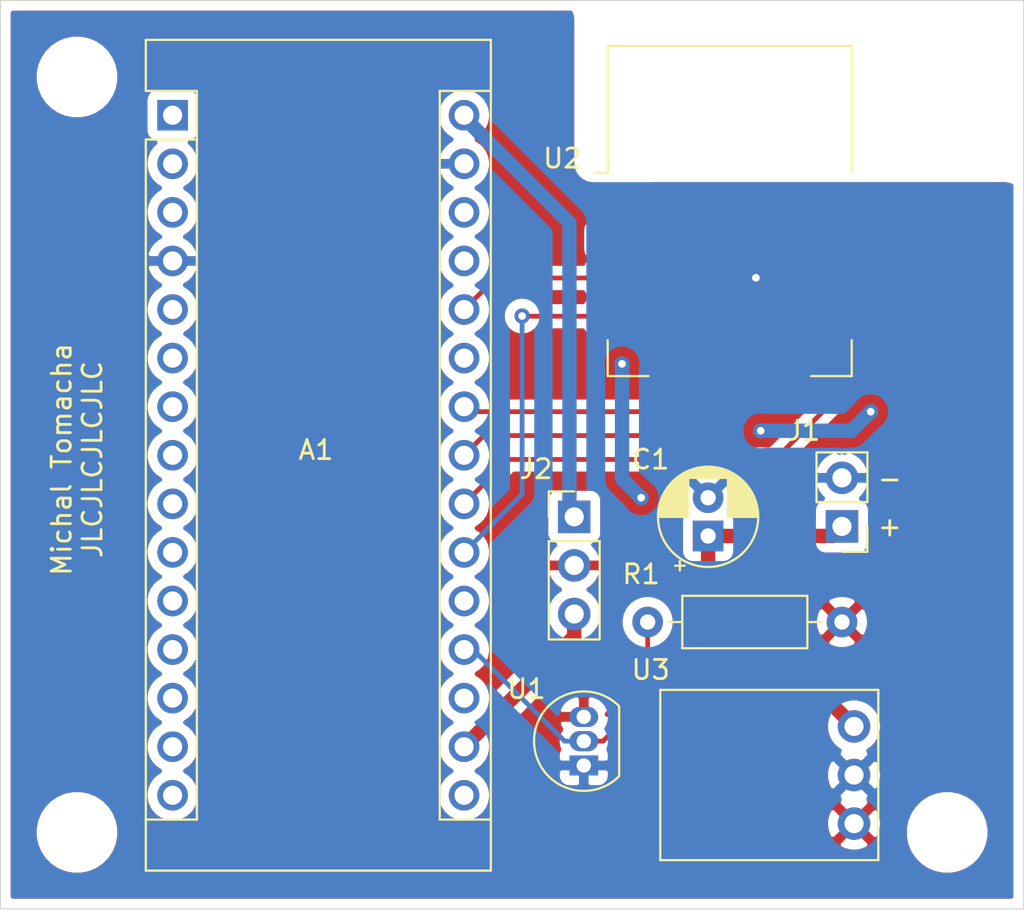
<source format=kicad_pcb>
(kicad_pcb (version 20171130) (host pcbnew "(5.1.10)-1")

  (general
    (thickness 1.6)
    (drawings 7)
    (tracks 58)
    (zones 0)
    (modules 12)
    (nets 33)
  )

  (page A4)
  (title_block
    (title Termostat)
  )

  (layers
    (0 F.Cu signal)
    (31 B.Cu signal)
    (32 B.Adhes user hide)
    (33 F.Adhes user hide)
    (34 B.Paste user)
    (35 F.Paste user)
    (36 B.SilkS user)
    (37 F.SilkS user)
    (38 B.Mask user)
    (39 F.Mask user)
    (40 Dwgs.User user)
    (41 Cmts.User user hide)
    (42 Eco1.User user hide)
    (43 Eco2.User user hide)
    (44 Edge.Cuts user)
    (45 Margin user hide)
    (46 B.CrtYd user hide)
    (47 F.CrtYd user hide)
    (48 B.Fab user hide)
    (49 F.Fab user hide)
  )

  (setup
    (last_trace_width 0.25)
    (user_trace_width 0.75)
    (trace_clearance 0.2)
    (zone_clearance 0.508)
    (zone_45_only no)
    (trace_min 0.2)
    (via_size 0.8)
    (via_drill 0.4)
    (via_min_size 0.4)
    (via_min_drill 0.3)
    (uvia_size 0.3)
    (uvia_drill 0.1)
    (uvias_allowed no)
    (uvia_min_size 0.2)
    (uvia_min_drill 0.1)
    (edge_width 0.05)
    (segment_width 0.2)
    (pcb_text_width 0.3)
    (pcb_text_size 1.5 1.5)
    (mod_edge_width 0.12)
    (mod_text_size 1 1)
    (mod_text_width 0.15)
    (pad_size 1.7 1.7)
    (pad_drill 1)
    (pad_to_mask_clearance 0)
    (aux_axis_origin 0 0)
    (visible_elements 7FFFFFFF)
    (pcbplotparams
      (layerselection 0x010fc_ffffffff)
      (usegerberextensions true)
      (usegerberattributes true)
      (usegerberadvancedattributes false)
      (creategerberjobfile false)
      (excludeedgelayer true)
      (linewidth 0.100000)
      (plotframeref false)
      (viasonmask false)
      (mode 1)
      (useauxorigin false)
      (hpglpennumber 1)
      (hpglpenspeed 20)
      (hpglpendiameter 15.000000)
      (psnegative false)
      (psa4output false)
      (plotreference true)
      (plotvalue false)
      (plotinvisibletext false)
      (padsonsilk false)
      (subtractmaskfromsilk true)
      (outputformat 1)
      (mirror false)
      (drillshape 0)
      (scaleselection 1)
      (outputdirectory "termostat_gerber"))
  )

  (net 0 "")
  (net 1 "Net-(A1-Pad16)")
  (net 2 "Net-(A1-Pad15)")
  (net 3 "Net-(A1-Pad14)")
  (net 4 "Net-(A1-Pad28)")
  (net 5 "Net-(A1-Pad27)")
  (net 6 "Net-(A1-Pad11)")
  (net 7 "Net-(A1-Pad10)")
  (net 8 "Net-(A1-Pad9)")
  (net 9 "Net-(A1-Pad8)")
  (net 10 "Net-(A1-Pad7)")
  (net 11 "Net-(A1-Pad6)")
  (net 12 "Net-(A1-Pad5)")
  (net 13 "Net-(A1-Pad3)")
  (net 14 "Net-(A1-Pad18)")
  (net 15 "Net-(U2-Pad11)")
  (net 16 GND)
  (net 17 RXD)
  (net 18 WAKEUP)
  (net 19 PDN)
  (net 20 INT)
  (net 21 TXD)
  (net 22 DQ)
  (net 23 +3V3)
  (net 24 +BATT)
  (net 25 "Net-(A1-Pad13)")
  (net 26 "Net-(A1-Pad12)")
  (net 27 "Net-(A1-Pad25)")
  (net 28 "Net-(A1-Pad20)")
  (net 29 "Net-(A1-Pad2)")
  (net 30 "Net-(A1-Pad1)")
  (net 31 VIN)
  (net 32 3V3)

  (net_class Default "This is the default net class."
    (clearance 0.2)
    (trace_width 0.25)
    (via_dia 0.8)
    (via_drill 0.4)
    (uvia_dia 0.3)
    (uvia_drill 0.1)
    (add_net +3V3)
    (add_net +BATT)
    (add_net 3V3)
    (add_net DQ)
    (add_net GND)
    (add_net INT)
    (add_net "Net-(A1-Pad1)")
    (add_net "Net-(A1-Pad10)")
    (add_net "Net-(A1-Pad11)")
    (add_net "Net-(A1-Pad12)")
    (add_net "Net-(A1-Pad13)")
    (add_net "Net-(A1-Pad14)")
    (add_net "Net-(A1-Pad15)")
    (add_net "Net-(A1-Pad16)")
    (add_net "Net-(A1-Pad18)")
    (add_net "Net-(A1-Pad2)")
    (add_net "Net-(A1-Pad20)")
    (add_net "Net-(A1-Pad25)")
    (add_net "Net-(A1-Pad27)")
    (add_net "Net-(A1-Pad28)")
    (add_net "Net-(A1-Pad3)")
    (add_net "Net-(A1-Pad5)")
    (add_net "Net-(A1-Pad6)")
    (add_net "Net-(A1-Pad7)")
    (add_net "Net-(A1-Pad8)")
    (add_net "Net-(A1-Pad9)")
    (add_net "Net-(U2-Pad11)")
    (add_net PDN)
    (add_net RXD)
    (add_net TXD)
    (add_net VIN)
    (add_net WAKEUP)
  )

  (module MountingHole:MountingHole_3.2mm_M3 (layer F.Cu) (tedit 56D1B4CB) (tstamp 6197356D)
    (at 170.5 116)
    (descr "Mounting Hole 3.2mm, no annular, M3")
    (tags "mounting hole 3.2mm no annular m3")
    (attr virtual)
    (fp_text reference REF** (at 0 -4.2) (layer F.Fab)
      (effects (font (size 1 1) (thickness 0.15)))
    )
    (fp_text value MountingHole_3.2mm_M3 (at 0 4.2) (layer F.Fab)
      (effects (font (size 1 1) (thickness 0.15)))
    )
    (fp_circle (center 0 0) (end 3.2 0) (layer Cmts.User) (width 0.15))
    (fp_circle (center 0 0) (end 3.45 0) (layer F.CrtYd) (width 0.05))
    (fp_text user %R (at 0.3 0) (layer F.Fab)
      (effects (font (size 1 1) (thickness 0.15)))
    )
    (pad 1 np_thru_hole circle (at 0 0) (size 3.2 3.2) (drill 3.2) (layers *.Cu *.Mask))
  )

  (module MountingHole:MountingHole_3.2mm_M3 (layer F.Cu) (tedit 56D1B4CB) (tstamp 61973549)
    (at 170.5 76.5)
    (descr "Mounting Hole 3.2mm, no annular, M3")
    (tags "mounting hole 3.2mm no annular m3")
    (attr virtual)
    (fp_text reference REF** (at 0 -4.2) (layer F.Fab)
      (effects (font (size 1 1) (thickness 0.15)))
    )
    (fp_text value MountingHole_3.2mm_M3 (at 0 4.2) (layer F.Fab)
      (effects (font (size 1 1) (thickness 0.15)))
    )
    (fp_circle (center 0 0) (end 3.2 0) (layer Cmts.User) (width 0.15))
    (fp_circle (center 0 0) (end 3.45 0) (layer F.CrtYd) (width 0.05))
    (fp_text user %R (at 0.3 0) (layer F.Fab)
      (effects (font (size 1 1) (thickness 0.15)))
    )
    (pad 1 np_thru_hole circle (at 0 0) (size 3.2 3.2) (drill 3.2) (layers *.Cu *.Mask))
  )

  (module MountingHole:MountingHole_3.2mm_M3 (layer F.Cu) (tedit 56D1B4CB) (tstamp 61973506)
    (at 125 116)
    (descr "Mounting Hole 3.2mm, no annular, M3")
    (tags "mounting hole 3.2mm no annular m3")
    (attr virtual)
    (fp_text reference REF** (at 0 -4.2) (layer F.Fab)
      (effects (font (size 1 1) (thickness 0.15)))
    )
    (fp_text value MountingHole_3.2mm_M3 (at 0 4.2) (layer F.Fab)
      (effects (font (size 1 1) (thickness 0.15)))
    )
    (fp_circle (center 0 0) (end 3.2 0) (layer Cmts.User) (width 0.15))
    (fp_circle (center 0 0) (end 3.45 0) (layer F.CrtYd) (width 0.05))
    (fp_text user %R (at 0.3 0) (layer F.Fab)
      (effects (font (size 1 1) (thickness 0.15)))
    )
    (pad 1 np_thru_hole circle (at 0 0) (size 3.2 3.2) (drill 3.2) (layers *.Cu *.Mask))
  )

  (module MountingHole:MountingHole_3.2mm_M3 (layer F.Cu) (tedit 56D1B4CB) (tstamp 619734B9)
    (at 125 76.5)
    (descr "Mounting Hole 3.2mm, no annular, M3")
    (tags "mounting hole 3.2mm no annular m3")
    (attr virtual)
    (fp_text reference REF** (at 0 -4.2) (layer F.Fab)
      (effects (font (size 1 1) (thickness 0.15)))
    )
    (fp_text value MountingHole_3.2mm_M3 (at 0 4.2) (layer F.Fab)
      (effects (font (size 1 1) (thickness 0.15)))
    )
    (fp_circle (center 0 0) (end 3.2 0) (layer Cmts.User) (width 0.15))
    (fp_circle (center 0 0) (end 3.45 0) (layer F.CrtYd) (width 0.05))
    (fp_text user %R (at 0.3 0) (layer F.Fab)
      (effects (font (size 1 1) (thickness 0.15)))
    )
    (pad 1 np_thru_hole circle (at 0 0) (size 3.2 3.2) (drill 3.2) (layers *.Cu *.Mask))
  )

  (module U1V10F3:U1V10F3 (layer F.Cu) (tedit 61969783) (tstamp 6197089C)
    (at 153.5 113 90)
    (path /6196A27C)
    (fp_text reference U3 (at 5.5 1.5 180) (layer F.SilkS)
      (effects (font (size 1 1) (thickness 0.15)))
    )
    (fp_text value U1V10F3 (at 0 1 90) (layer F.Fab)
      (effects (font (size 1 1) (thickness 0.15)))
    )
    (fp_line (start -4.45 2) (end -4.45 13.4) (layer F.SilkS) (width 0.12))
    (fp_line (start 4.45 13.4) (end -4.45 13.4) (layer F.SilkS) (width 0.12))
    (fp_line (start 4.45 2) (end 4.45 13.4) (layer F.SilkS) (width 0.12))
    (fp_line (start -4.45 2) (end 4.45 2) (layer F.SilkS) (width 0.12))
    (pad 3 thru_hole circle (at 2.54 12.13 90) (size 1.7 1.7) (drill 1) (layers *.Cu *.Mask)
      (net 24 +BATT))
    (pad 2 thru_hole circle (at 0 12.13 90) (size 1.7 1.7) (drill 1) (layers *.Cu *.Mask)
      (net 16 GND))
    (pad 1 thru_hole circle (at -2.54 12.13 90) (size 1.7 1.7) (drill 1) (layers *.Cu *.Mask)
      (net 23 +3V3))
  )

  (module Connector_PinHeader_2.54mm:PinHeader_1x03_P2.54mm_Vertical (layer F.Cu) (tedit 59FED5CC) (tstamp 61969CD7)
    (at 151 99.5)
    (descr "Through hole straight pin header, 1x03, 2.54mm pitch, single row")
    (tags "Through hole pin header THT 1x03 2.54mm single row")
    (path /61993167)
    (fp_text reference J2 (at -2 -2.5) (layer F.SilkS)
      (effects (font (size 1 1) (thickness 0.15)))
    )
    (fp_text value MC_PWR_SEL (at 0 7.41) (layer F.Fab)
      (effects (font (size 1 1) (thickness 0.15)))
    )
    (fp_line (start -0.635 -1.27) (end 1.27 -1.27) (layer F.Fab) (width 0.1))
    (fp_line (start 1.27 -1.27) (end 1.27 6.35) (layer F.Fab) (width 0.1))
    (fp_line (start 1.27 6.35) (end -1.27 6.35) (layer F.Fab) (width 0.1))
    (fp_line (start -1.27 6.35) (end -1.27 -0.635) (layer F.Fab) (width 0.1))
    (fp_line (start -1.27 -0.635) (end -0.635 -1.27) (layer F.Fab) (width 0.1))
    (fp_line (start -1.33 6.41) (end 1.33 6.41) (layer F.SilkS) (width 0.12))
    (fp_line (start -1.33 1.27) (end -1.33 6.41) (layer F.SilkS) (width 0.12))
    (fp_line (start 1.33 1.27) (end 1.33 6.41) (layer F.SilkS) (width 0.12))
    (fp_line (start -1.33 1.27) (end 1.33 1.27) (layer F.SilkS) (width 0.12))
    (fp_line (start -1.33 0) (end -1.33 -1.33) (layer F.SilkS) (width 0.12))
    (fp_line (start -1.33 -1.33) (end 0 -1.33) (layer F.SilkS) (width 0.12))
    (fp_line (start -1.8 -1.8) (end -1.8 6.85) (layer F.CrtYd) (width 0.05))
    (fp_line (start -1.8 6.85) (end 1.8 6.85) (layer F.CrtYd) (width 0.05))
    (fp_line (start 1.8 6.85) (end 1.8 -1.8) (layer F.CrtYd) (width 0.05))
    (fp_line (start 1.8 -1.8) (end -1.8 -1.8) (layer F.CrtYd) (width 0.05))
    (fp_text user %R (at 0 2.54 90) (layer F.Fab)
      (effects (font (size 1 1) (thickness 0.15)))
    )
    (pad 3 thru_hole oval (at 0 5.08) (size 1.7 1.7) (drill 1) (layers *.Cu *.Mask)
      (net 32 3V3))
    (pad 2 thru_hole oval (at 0 2.54) (size 1.7 1.7) (drill 1) (layers *.Cu *.Mask)
      (net 23 +3V3))
    (pad 1 thru_hole rect (at 0 0) (size 1.7 1.7) (drill 1) (layers *.Cu *.Mask)
      (net 31 VIN))
    (model ${KISYS3DMOD}/Connector_PinHeader_2.54mm.3dshapes/PinHeader_1x03_P2.54mm_Vertical.wrl
      (at (xyz 0 0 0))
      (scale (xyz 1 1 1))
      (rotate (xyz 0 0 0))
    )
  )

  (module Module:Arduino_Nano (layer F.Cu) (tedit 58ACAF70) (tstamp 61545876)
    (at 130 78.5)
    (descr "Arduino Nano, http://www.mouser.com/pdfdocs/Gravitech_Arduino_Nano3_0.pdf")
    (tags "Arduino Nano")
    (path /61530DE8)
    (fp_text reference A1 (at 7.5 17.5) (layer F.SilkS)
      (effects (font (size 1 1) (thickness 0.15)))
    )
    (fp_text value "STM32L432KC Nucleo-32" (at 8.89 19.05 90) (layer F.Fab)
      (effects (font (size 1 1) (thickness 0.15)))
    )
    (fp_line (start 1.27 1.27) (end 1.27 -1.27) (layer F.SilkS) (width 0.12))
    (fp_line (start 1.27 -1.27) (end -1.4 -1.27) (layer F.SilkS) (width 0.12))
    (fp_line (start -1.4 1.27) (end -1.4 39.5) (layer F.SilkS) (width 0.12))
    (fp_line (start -1.4 -3.94) (end -1.4 -1.27) (layer F.SilkS) (width 0.12))
    (fp_line (start 13.97 -1.27) (end 16.64 -1.27) (layer F.SilkS) (width 0.12))
    (fp_line (start 13.97 -1.27) (end 13.97 36.83) (layer F.SilkS) (width 0.12))
    (fp_line (start 13.97 36.83) (end 16.64 36.83) (layer F.SilkS) (width 0.12))
    (fp_line (start 1.27 1.27) (end -1.4 1.27) (layer F.SilkS) (width 0.12))
    (fp_line (start 1.27 1.27) (end 1.27 36.83) (layer F.SilkS) (width 0.12))
    (fp_line (start 1.27 36.83) (end -1.4 36.83) (layer F.SilkS) (width 0.12))
    (fp_line (start 3.81 31.75) (end 11.43 31.75) (layer F.Fab) (width 0.1))
    (fp_line (start 11.43 31.75) (end 11.43 41.91) (layer F.Fab) (width 0.1))
    (fp_line (start 11.43 41.91) (end 3.81 41.91) (layer F.Fab) (width 0.1))
    (fp_line (start 3.81 41.91) (end 3.81 31.75) (layer F.Fab) (width 0.1))
    (fp_line (start -1.4 39.5) (end 16.64 39.5) (layer F.SilkS) (width 0.12))
    (fp_line (start 16.64 39.5) (end 16.64 -3.94) (layer F.SilkS) (width 0.12))
    (fp_line (start 16.64 -3.94) (end -1.4 -3.94) (layer F.SilkS) (width 0.12))
    (fp_line (start 16.51 39.37) (end -1.27 39.37) (layer F.Fab) (width 0.1))
    (fp_line (start -1.27 39.37) (end -1.27 -2.54) (layer F.Fab) (width 0.1))
    (fp_line (start -1.27 -2.54) (end 0 -3.81) (layer F.Fab) (width 0.1))
    (fp_line (start 0 -3.81) (end 16.51 -3.81) (layer F.Fab) (width 0.1))
    (fp_line (start 16.51 -3.81) (end 16.51 39.37) (layer F.Fab) (width 0.1))
    (fp_line (start -1.53 -4.06) (end 16.75 -4.06) (layer F.CrtYd) (width 0.05))
    (fp_line (start -1.53 -4.06) (end -1.53 42.16) (layer F.CrtYd) (width 0.05))
    (fp_line (start 16.75 42.16) (end 16.75 -4.06) (layer F.CrtYd) (width 0.05))
    (fp_line (start 16.75 42.16) (end -1.53 42.16) (layer F.CrtYd) (width 0.05))
    (fp_text user %R (at 6.35 19.05 90) (layer F.Fab)
      (effects (font (size 1 1) (thickness 0.15)))
    )
    (pad 16 thru_hole oval (at 15.24 35.56) (size 1.6 1.6) (drill 1) (layers *.Cu *.Mask)
      (net 1 "Net-(A1-Pad16)"))
    (pad 15 thru_hole oval (at 0 35.56) (size 1.6 1.6) (drill 1) (layers *.Cu *.Mask)
      (net 2 "Net-(A1-Pad15)"))
    (pad 30 thru_hole oval (at 15.24 0) (size 1.6 1.6) (drill 1) (layers *.Cu *.Mask)
      (net 31 VIN))
    (pad 14 thru_hole oval (at 0 33.02) (size 1.6 1.6) (drill 1) (layers *.Cu *.Mask)
      (net 3 "Net-(A1-Pad14)"))
    (pad 29 thru_hole oval (at 15.24 2.54) (size 1.6 1.6) (drill 1) (layers *.Cu *.Mask)
      (net 16 GND))
    (pad 13 thru_hole oval (at 0 30.48) (size 1.6 1.6) (drill 1) (layers *.Cu *.Mask)
      (net 25 "Net-(A1-Pad13)"))
    (pad 28 thru_hole oval (at 15.24 5.08) (size 1.6 1.6) (drill 1) (layers *.Cu *.Mask)
      (net 4 "Net-(A1-Pad28)"))
    (pad 12 thru_hole oval (at 0 27.94) (size 1.6 1.6) (drill 1) (layers *.Cu *.Mask)
      (net 26 "Net-(A1-Pad12)"))
    (pad 27 thru_hole oval (at 15.24 7.62) (size 1.6 1.6) (drill 1) (layers *.Cu *.Mask)
      (net 5 "Net-(A1-Pad27)"))
    (pad 11 thru_hole oval (at 0 25.4) (size 1.6 1.6) (drill 1) (layers *.Cu *.Mask)
      (net 6 "Net-(A1-Pad11)"))
    (pad 26 thru_hole oval (at 15.24 10.16) (size 1.6 1.6) (drill 1) (layers *.Cu *.Mask)
      (net 21 TXD))
    (pad 10 thru_hole oval (at 0 22.86) (size 1.6 1.6) (drill 1) (layers *.Cu *.Mask)
      (net 7 "Net-(A1-Pad10)"))
    (pad 25 thru_hole oval (at 15.24 12.7) (size 1.6 1.6) (drill 1) (layers *.Cu *.Mask)
      (net 27 "Net-(A1-Pad25)"))
    (pad 9 thru_hole oval (at 0 20.32) (size 1.6 1.6) (drill 1) (layers *.Cu *.Mask)
      (net 8 "Net-(A1-Pad9)"))
    (pad 24 thru_hole oval (at 15.24 15.24) (size 1.6 1.6) (drill 1) (layers *.Cu *.Mask)
      (net 18 WAKEUP))
    (pad 8 thru_hole oval (at 0 17.78) (size 1.6 1.6) (drill 1) (layers *.Cu *.Mask)
      (net 9 "Net-(A1-Pad8)"))
    (pad 23 thru_hole oval (at 15.24 17.78) (size 1.6 1.6) (drill 1) (layers *.Cu *.Mask)
      (net 19 PDN))
    (pad 7 thru_hole oval (at 0 15.24) (size 1.6 1.6) (drill 1) (layers *.Cu *.Mask)
      (net 10 "Net-(A1-Pad7)"))
    (pad 22 thru_hole oval (at 15.24 20.32) (size 1.6 1.6) (drill 1) (layers *.Cu *.Mask)
      (net 20 INT))
    (pad 6 thru_hole oval (at 0 12.7) (size 1.6 1.6) (drill 1) (layers *.Cu *.Mask)
      (net 11 "Net-(A1-Pad6)"))
    (pad 21 thru_hole oval (at 15.24 22.86) (size 1.6 1.6) (drill 1) (layers *.Cu *.Mask)
      (net 17 RXD))
    (pad 5 thru_hole oval (at 0 10.16) (size 1.6 1.6) (drill 1) (layers *.Cu *.Mask)
      (net 12 "Net-(A1-Pad5)"))
    (pad 20 thru_hole oval (at 15.24 25.4) (size 1.6 1.6) (drill 1) (layers *.Cu *.Mask)
      (net 28 "Net-(A1-Pad20)"))
    (pad 4 thru_hole oval (at 0 7.62) (size 1.6 1.6) (drill 1) (layers *.Cu *.Mask)
      (net 16 GND))
    (pad 19 thru_hole oval (at 15.24 27.94) (size 1.6 1.6) (drill 1) (layers *.Cu *.Mask)
      (net 22 DQ))
    (pad 3 thru_hole oval (at 0 5.08) (size 1.6 1.6) (drill 1) (layers *.Cu *.Mask)
      (net 13 "Net-(A1-Pad3)"))
    (pad 18 thru_hole oval (at 15.24 30.48) (size 1.6 1.6) (drill 1) (layers *.Cu *.Mask)
      (net 14 "Net-(A1-Pad18)"))
    (pad 2 thru_hole oval (at 0 2.54) (size 1.6 1.6) (drill 1) (layers *.Cu *.Mask)
      (net 29 "Net-(A1-Pad2)"))
    (pad 17 thru_hole oval (at 15.24 33.02) (size 1.6 1.6) (drill 1) (layers *.Cu *.Mask)
      (net 32 3V3))
    (pad 1 thru_hole rect (at 0 0) (size 1.6 1.6) (drill 1) (layers *.Cu *.Mask)
      (net 30 "Net-(A1-Pad1)"))
    (model ${KISYS3DMOD}/Module.3dshapes/Arduino_Nano_WithMountingHoles.wrl
      (at (xyz 0 0 0))
      (scale (xyz 1 1 1))
      (rotate (xyz 0 0 0))
    )
  )

  (module HM-BT4502:HM-BT4502 (layer F.Cu) (tedit 61101306) (tstamp 61545998)
    (at 159.13 83.93)
    (path /61535760)
    (fp_text reference U2 (at -8.75 -3.17) (layer F.SilkS)
      (effects (font (size 1 1) (thickness 0.15)))
    )
    (fp_text value HM-BT4502 (at 0 -9.74) (layer F.Fab)
      (effects (font (size 1 1) (thickness 0.15)))
    )
    (fp_line (start 4.06 -2.92) (end 6.38 -5.24) (layer Dwgs.User) (width 0.12))
    (fp_line (start 1.74 -2.92) (end 6.38 -7.56) (layer Dwgs.User) (width 0.12))
    (fp_line (start -0.58 -2.92) (end 5.22 -9.05) (layer Dwgs.User) (width 0.12))
    (fp_line (start -2.9 -2.92) (end 2.9 -9.05) (layer Dwgs.User) (width 0.12))
    (fp_line (start -5.22 -2.92) (end 0.58 -9.05) (layer Dwgs.User) (width 0.12))
    (fp_line (start -6.38 -4.41) (end -1.74 -9.05) (layer Dwgs.User) (width 0.12))
    (fp_line (start -6.38 -6.73) (end -4.06 -9.05) (layer Dwgs.User) (width 0.12))
    (fp_line (start -6.38 8.21) (end -6.38 6.33) (layer F.SilkS) (width 0.12))
    (fp_line (start -4.25 8.21) (end -6.38 8.21) (layer F.SilkS) (width 0.12))
    (fp_line (start 6.38 8.21) (end 4.25 8.21) (layer F.SilkS) (width 0.12))
    (fp_line (start 6.38 6.33) (end 6.38 8.21) (layer F.SilkS) (width 0.12))
    (fp_line (start 6.38 -9.05) (end 6.38 -2.42) (layer F.SilkS) (width 0.12))
    (fp_line (start -6.38 -9.05) (end 6.38 -9.05) (layer F.SilkS) (width 0.12))
    (fp_line (start -6.38 -2.42) (end -6.38 -9.05) (layer F.SilkS) (width 0.12))
    (fp_line (start -7.05 -2.42) (end -6.38 -2.42) (layer F.SilkS) (width 0.12))
    (fp_line (start 6.25 -8.92) (end -6.25 -8.92) (layer F.Fab) (width 0.12))
    (fp_line (start 6.25 8.08) (end 6.25 -8.92) (layer F.Fab) (width 0.12))
    (fp_line (start -6.25 8.08) (end 6.25 8.08) (layer F.Fab) (width 0.12))
    (fp_line (start -6.25 8.08) (end -6.25 -8.92) (layer F.Fab) (width 0.12))
    (fp_line (start -7.3 -9.17) (end -7.3 9.13) (layer F.CrtYd) (width 0.05))
    (fp_line (start -7.3 9.13) (end 7.3 9.13) (layer F.CrtYd) (width 0.05))
    (fp_line (start -7.3 -9.17) (end 7.3 -9.17) (layer F.CrtYd) (width 0.05))
    (fp_line (start 7.3 -9.17) (end 7.3 9.13) (layer F.CrtYd) (width 0.05))
    (fp_line (start -6.38 -2.92) (end 6.38 -2.92) (layer Dwgs.User) (width 0.12))
    (fp_line (start -6.38 -2.92) (end -6.38 -9.05) (layer Dwgs.User) (width 0.12))
    (fp_line (start -6.38 -9.05) (end 6.38 -9.05) (layer Dwgs.User) (width 0.12))
    (fp_line (start 6.38 -9.05) (end 6.38 -2.92) (layer Dwgs.User) (width 0.12))
    (fp_text user %R (at 0 -0.64) (layer F.Fab)
      (effects (font (size 1 1) (thickness 0.15)))
    )
    (fp_text user Antenna (at -0.28 -4.54) (layer Cmts.User)
      (effects (font (size 0.75 0.75) (thickness 0.15)))
    )
    (fp_text user "KEEP-OUT ZONE" (at -0.2 -6.57) (layer Cmts.User)
      (effects (font (size 0.75 0.75) (thickness 0.15)))
    )
    (pad 11 smd rect (at -5.85 -0.92) (size 2.5 1) (layers F.Cu F.Paste F.Mask)
      (net 15 "Net-(U2-Pad11)"))
    (pad 10 smd rect (at -5.85 1.08) (size 2.5 1) (layers F.Cu F.Paste F.Mask)
      (net 16 GND))
    (pad 9 smd rect (at -5.85 3.08) (size 2.5 1) (layers F.Cu F.Paste F.Mask)
      (net 21 TXD))
    (pad 8 smd rect (at -5.85 5.08) (size 2.5 1) (layers F.Cu F.Paste F.Mask)
      (net 17 RXD))
    (pad 7 smd rect (at -3 7.68 90) (size 2.5 1) (layers F.Cu F.Paste F.Mask)
      (net 23 +3V3))
    (pad 6 smd rect (at -1 7.68 90) (size 2.5 1) (layers F.Cu F.Paste F.Mask)
      (net 18 WAKEUP))
    (pad 5 smd rect (at 1 7.68 90) (size 2.5 1) (layers F.Cu F.Paste F.Mask)
      (net 19 PDN))
    (pad 4 smd rect (at 3 7.68 90) (size 2.5 1) (layers F.Cu F.Paste F.Mask)
      (net 16 GND))
    (pad 3 smd rect (at 5.85 5.08) (size 2.5 1) (layers F.Cu F.Paste F.Mask)
      (net 16 GND))
    (pad 2 smd rect (at 5.85 3.08) (size 2.5 1) (layers F.Cu F.Paste F.Mask)
      (net 16 GND))
    (pad 1 smd rect (at 5.85 1.08) (size 2.5 1) (layers F.Cu F.Paste F.Mask)
      (net 20 INT))
  )

  (module Package_TO_SOT_THT:TO-92_Inline (layer F.Cu) (tedit 5A1DD157) (tstamp 6154596B)
    (at 151.5 112.5 90)
    (descr "TO-92 leads in-line, narrow, oval pads, drill 0.75mm (see NXP sot054_po.pdf)")
    (tags "to-92 sc-43 sc-43a sot54 PA33 transistor")
    (path /61534364)
    (fp_text reference U1 (at 4 -3 180) (layer F.SilkS)
      (effects (font (size 1 1) (thickness 0.15)))
    )
    (fp_text value DS18B20 (at 1.27 2.79 90) (layer F.Fab)
      (effects (font (size 1 1) (thickness 0.15)))
    )
    (fp_line (start -0.53 1.85) (end 3.07 1.85) (layer F.SilkS) (width 0.12))
    (fp_line (start -0.5 1.75) (end 3 1.75) (layer F.Fab) (width 0.1))
    (fp_line (start -1.46 -2.73) (end 4 -2.73) (layer F.CrtYd) (width 0.05))
    (fp_line (start -1.46 -2.73) (end -1.46 2.01) (layer F.CrtYd) (width 0.05))
    (fp_line (start 4 2.01) (end 4 -2.73) (layer F.CrtYd) (width 0.05))
    (fp_line (start 4 2.01) (end -1.46 2.01) (layer F.CrtYd) (width 0.05))
    (fp_arc (start 1.27 0) (end 1.27 -2.6) (angle 135) (layer F.SilkS) (width 0.12))
    (fp_arc (start 1.27 0) (end 1.27 -2.48) (angle -135) (layer F.Fab) (width 0.1))
    (fp_arc (start 1.27 0) (end 1.27 -2.6) (angle -135) (layer F.SilkS) (width 0.12))
    (fp_arc (start 1.27 0) (end 1.27 -2.48) (angle 135) (layer F.Fab) (width 0.1))
    (fp_text user %R (at 1.27 0 90) (layer F.Fab)
      (effects (font (size 1 1) (thickness 0.15)))
    )
    (pad 1 thru_hole rect (at 0 0 90) (size 1.05 1.5) (drill 0.75) (layers *.Cu *.Mask)
      (net 16 GND))
    (pad 3 thru_hole oval (at 2.54 0 90) (size 1.05 1.5) (drill 0.75) (layers *.Cu *.Mask)
      (net 23 +3V3))
    (pad 2 thru_hole oval (at 1.27 0 90) (size 1.05 1.5) (drill 0.75) (layers *.Cu *.Mask)
      (net 22 DQ))
    (model ${KISYS3DMOD}/Package_TO_SOT_THT.3dshapes/TO-92_Inline.wrl
      (at (xyz 0 0 0))
      (scale (xyz 1 1 1))
      (rotate (xyz 0 0 0))
    )
  )

  (module Resistor_THT:R_Axial_DIN0207_L6.3mm_D2.5mm_P10.16mm_Horizontal (layer F.Cu) (tedit 5AE5139B) (tstamp 61545959)
    (at 165 105 180)
    (descr "Resistor, Axial_DIN0207 series, Axial, Horizontal, pin pitch=10.16mm, 0.25W = 1/4W, length*diameter=6.3*2.5mm^2, http://cdn-reichelt.de/documents/datenblatt/B400/1_4W%23YAG.pdf")
    (tags "Resistor Axial_DIN0207 series Axial Horizontal pin pitch 10.16mm 0.25W = 1/4W length 6.3mm diameter 2.5mm")
    (path /6153E64B)
    (fp_text reference R1 (at 10.5 2.5) (layer F.SilkS)
      (effects (font (size 1 1) (thickness 0.15)))
    )
    (fp_text value 4,7k (at 5 2) (layer F.Fab)
      (effects (font (size 1 1) (thickness 0.15)))
    )
    (fp_line (start 1.93 -1.25) (end 1.93 1.25) (layer F.Fab) (width 0.1))
    (fp_line (start 1.93 1.25) (end 8.23 1.25) (layer F.Fab) (width 0.1))
    (fp_line (start 8.23 1.25) (end 8.23 -1.25) (layer F.Fab) (width 0.1))
    (fp_line (start 8.23 -1.25) (end 1.93 -1.25) (layer F.Fab) (width 0.1))
    (fp_line (start 0 0) (end 1.93 0) (layer F.Fab) (width 0.1))
    (fp_line (start 10.16 0) (end 8.23 0) (layer F.Fab) (width 0.1))
    (fp_line (start 1.81 -1.37) (end 1.81 1.37) (layer F.SilkS) (width 0.12))
    (fp_line (start 1.81 1.37) (end 8.35 1.37) (layer F.SilkS) (width 0.12))
    (fp_line (start 8.35 1.37) (end 8.35 -1.37) (layer F.SilkS) (width 0.12))
    (fp_line (start 8.35 -1.37) (end 1.81 -1.37) (layer F.SilkS) (width 0.12))
    (fp_line (start 1.04 0) (end 1.81 0) (layer F.SilkS) (width 0.12))
    (fp_line (start 9.12 0) (end 8.35 0) (layer F.SilkS) (width 0.12))
    (fp_line (start -1.05 -1.5) (end -1.05 1.5) (layer F.CrtYd) (width 0.05))
    (fp_line (start -1.05 1.5) (end 11.21 1.5) (layer F.CrtYd) (width 0.05))
    (fp_line (start 11.21 1.5) (end 11.21 -1.5) (layer F.CrtYd) (width 0.05))
    (fp_line (start 11.21 -1.5) (end -1.05 -1.5) (layer F.CrtYd) (width 0.05))
    (fp_text user %R (at 5.08 0) (layer F.Fab)
      (effects (font (size 1 1) (thickness 0.15)))
    )
    (pad 2 thru_hole oval (at 10.16 0 180) (size 1.6 1.6) (drill 0.8) (layers *.Cu *.Mask)
      (net 22 DQ))
    (pad 1 thru_hole circle (at 0 0 180) (size 1.6 1.6) (drill 0.8) (layers *.Cu *.Mask)
      (net 23 +3V3))
    (model ${KISYS3DMOD}/Resistor_THT.3dshapes/R_Axial_DIN0207_L6.3mm_D2.5mm_P10.16mm_Horizontal.wrl
      (at (xyz 0 0 0))
      (scale (xyz 1 1 1))
      (rotate (xyz 0 0 0))
    )
  )

  (module Connector_PinHeader_2.54mm:PinHeader_1x02_P2.54mm_Vertical (layer F.Cu) (tedit 59FED5CC) (tstamp 61545942)
    (at 165 100 180)
    (descr "Through hole straight pin header, 1x02, 2.54mm pitch, single row")
    (tags "Through hole pin header THT 1x02 2.54mm single row")
    (path /61544187)
    (fp_text reference J1 (at 2 5) (layer F.SilkS)
      (effects (font (size 1 1) (thickness 0.15)))
    )
    (fp_text value "Batt Conn" (at 0 -2.5) (layer F.Fab)
      (effects (font (size 1 1) (thickness 0.15)))
    )
    (fp_line (start -0.635 -1.27) (end 1.27 -1.27) (layer F.Fab) (width 0.1))
    (fp_line (start 1.27 -1.27) (end 1.27 3.81) (layer F.Fab) (width 0.1))
    (fp_line (start 1.27 3.81) (end -1.27 3.81) (layer F.Fab) (width 0.1))
    (fp_line (start -1.27 3.81) (end -1.27 -0.635) (layer F.Fab) (width 0.1))
    (fp_line (start -1.27 -0.635) (end -0.635 -1.27) (layer F.Fab) (width 0.1))
    (fp_line (start -1.33 3.87) (end 1.33 3.87) (layer F.SilkS) (width 0.12))
    (fp_line (start -1.33 1.27) (end -1.33 3.87) (layer F.SilkS) (width 0.12))
    (fp_line (start 1.33 1.27) (end 1.33 3.87) (layer F.SilkS) (width 0.12))
    (fp_line (start -1.33 1.27) (end 1.33 1.27) (layer F.SilkS) (width 0.12))
    (fp_line (start -1.33 0) (end -1.33 -1.33) (layer F.SilkS) (width 0.12))
    (fp_line (start -1.33 -1.33) (end 0 -1.33) (layer F.SilkS) (width 0.12))
    (fp_line (start -1.8 -1.8) (end -1.8 4.35) (layer F.CrtYd) (width 0.05))
    (fp_line (start -1.8 4.35) (end 1.8 4.35) (layer F.CrtYd) (width 0.05))
    (fp_line (start 1.8 4.35) (end 1.8 -1.8) (layer F.CrtYd) (width 0.05))
    (fp_line (start 1.8 -1.8) (end -1.8 -1.8) (layer F.CrtYd) (width 0.05))
    (fp_text user %R (at 0 1.27 90) (layer F.Fab)
      (effects (font (size 1 1) (thickness 0.15)))
    )
    (pad 2 thru_hole oval (at 0 2.54 180) (size 1.7 1.7) (drill 1) (layers *.Cu *.Mask)
      (net 16 GND))
    (pad 1 thru_hole rect (at 0 0 180) (size 1.7 1.7) (drill 1) (layers *.Cu *.Mask)
      (net 24 +BATT))
    (model ${KISYS3DMOD}/Connector_PinHeader_2.54mm.3dshapes/PinHeader_1x02_P2.54mm_Vertical.wrl
      (at (xyz 0 0 0))
      (scale (xyz 1 1 1))
      (rotate (xyz 0 0 0))
    )
  )

  (module Capacitor_THT:CP_Radial_D5.0mm_P2.00mm (layer F.Cu) (tedit 5AE50EF0) (tstamp 615458F9)
    (at 158 100.5 90)
    (descr "CP, Radial series, Radial, pin pitch=2.00mm, , diameter=5mm, Electrolytic Capacitor")
    (tags "CP Radial series Radial pin pitch 2.00mm  diameter 5mm Electrolytic Capacitor")
    (path /6153F28B)
    (fp_text reference C1 (at 4 -3 180) (layer F.SilkS)
      (effects (font (size 1 1) (thickness 0.15)))
    )
    (fp_text value 33u (at 1 3.75 90) (layer F.Fab)
      (effects (font (size 1 1) (thickness 0.15)))
    )
    (fp_circle (center 1 0) (end 3.5 0) (layer F.Fab) (width 0.1))
    (fp_circle (center 1 0) (end 3.62 0) (layer F.SilkS) (width 0.12))
    (fp_circle (center 1 0) (end 3.75 0) (layer F.CrtYd) (width 0.05))
    (fp_line (start -1.133605 -1.0875) (end -0.633605 -1.0875) (layer F.Fab) (width 0.1))
    (fp_line (start -0.883605 -1.3375) (end -0.883605 -0.8375) (layer F.Fab) (width 0.1))
    (fp_line (start 1 1.04) (end 1 2.58) (layer F.SilkS) (width 0.12))
    (fp_line (start 1 -2.58) (end 1 -1.04) (layer F.SilkS) (width 0.12))
    (fp_line (start 1.04 1.04) (end 1.04 2.58) (layer F.SilkS) (width 0.12))
    (fp_line (start 1.04 -2.58) (end 1.04 -1.04) (layer F.SilkS) (width 0.12))
    (fp_line (start 1.08 -2.579) (end 1.08 -1.04) (layer F.SilkS) (width 0.12))
    (fp_line (start 1.08 1.04) (end 1.08 2.579) (layer F.SilkS) (width 0.12))
    (fp_line (start 1.12 -2.578) (end 1.12 -1.04) (layer F.SilkS) (width 0.12))
    (fp_line (start 1.12 1.04) (end 1.12 2.578) (layer F.SilkS) (width 0.12))
    (fp_line (start 1.16 -2.576) (end 1.16 -1.04) (layer F.SilkS) (width 0.12))
    (fp_line (start 1.16 1.04) (end 1.16 2.576) (layer F.SilkS) (width 0.12))
    (fp_line (start 1.2 -2.573) (end 1.2 -1.04) (layer F.SilkS) (width 0.12))
    (fp_line (start 1.2 1.04) (end 1.2 2.573) (layer F.SilkS) (width 0.12))
    (fp_line (start 1.24 -2.569) (end 1.24 -1.04) (layer F.SilkS) (width 0.12))
    (fp_line (start 1.24 1.04) (end 1.24 2.569) (layer F.SilkS) (width 0.12))
    (fp_line (start 1.28 -2.565) (end 1.28 -1.04) (layer F.SilkS) (width 0.12))
    (fp_line (start 1.28 1.04) (end 1.28 2.565) (layer F.SilkS) (width 0.12))
    (fp_line (start 1.32 -2.561) (end 1.32 -1.04) (layer F.SilkS) (width 0.12))
    (fp_line (start 1.32 1.04) (end 1.32 2.561) (layer F.SilkS) (width 0.12))
    (fp_line (start 1.36 -2.556) (end 1.36 -1.04) (layer F.SilkS) (width 0.12))
    (fp_line (start 1.36 1.04) (end 1.36 2.556) (layer F.SilkS) (width 0.12))
    (fp_line (start 1.4 -2.55) (end 1.4 -1.04) (layer F.SilkS) (width 0.12))
    (fp_line (start 1.4 1.04) (end 1.4 2.55) (layer F.SilkS) (width 0.12))
    (fp_line (start 1.44 -2.543) (end 1.44 -1.04) (layer F.SilkS) (width 0.12))
    (fp_line (start 1.44 1.04) (end 1.44 2.543) (layer F.SilkS) (width 0.12))
    (fp_line (start 1.48 -2.536) (end 1.48 -1.04) (layer F.SilkS) (width 0.12))
    (fp_line (start 1.48 1.04) (end 1.48 2.536) (layer F.SilkS) (width 0.12))
    (fp_line (start 1.52 -2.528) (end 1.52 -1.04) (layer F.SilkS) (width 0.12))
    (fp_line (start 1.52 1.04) (end 1.52 2.528) (layer F.SilkS) (width 0.12))
    (fp_line (start 1.56 -2.52) (end 1.56 -1.04) (layer F.SilkS) (width 0.12))
    (fp_line (start 1.56 1.04) (end 1.56 2.52) (layer F.SilkS) (width 0.12))
    (fp_line (start 1.6 -2.511) (end 1.6 -1.04) (layer F.SilkS) (width 0.12))
    (fp_line (start 1.6 1.04) (end 1.6 2.511) (layer F.SilkS) (width 0.12))
    (fp_line (start 1.64 -2.501) (end 1.64 -1.04) (layer F.SilkS) (width 0.12))
    (fp_line (start 1.64 1.04) (end 1.64 2.501) (layer F.SilkS) (width 0.12))
    (fp_line (start 1.68 -2.491) (end 1.68 -1.04) (layer F.SilkS) (width 0.12))
    (fp_line (start 1.68 1.04) (end 1.68 2.491) (layer F.SilkS) (width 0.12))
    (fp_line (start 1.721 -2.48) (end 1.721 -1.04) (layer F.SilkS) (width 0.12))
    (fp_line (start 1.721 1.04) (end 1.721 2.48) (layer F.SilkS) (width 0.12))
    (fp_line (start 1.761 -2.468) (end 1.761 -1.04) (layer F.SilkS) (width 0.12))
    (fp_line (start 1.761 1.04) (end 1.761 2.468) (layer F.SilkS) (width 0.12))
    (fp_line (start 1.801 -2.455) (end 1.801 -1.04) (layer F.SilkS) (width 0.12))
    (fp_line (start 1.801 1.04) (end 1.801 2.455) (layer F.SilkS) (width 0.12))
    (fp_line (start 1.841 -2.442) (end 1.841 -1.04) (layer F.SilkS) (width 0.12))
    (fp_line (start 1.841 1.04) (end 1.841 2.442) (layer F.SilkS) (width 0.12))
    (fp_line (start 1.881 -2.428) (end 1.881 -1.04) (layer F.SilkS) (width 0.12))
    (fp_line (start 1.881 1.04) (end 1.881 2.428) (layer F.SilkS) (width 0.12))
    (fp_line (start 1.921 -2.414) (end 1.921 -1.04) (layer F.SilkS) (width 0.12))
    (fp_line (start 1.921 1.04) (end 1.921 2.414) (layer F.SilkS) (width 0.12))
    (fp_line (start 1.961 -2.398) (end 1.961 -1.04) (layer F.SilkS) (width 0.12))
    (fp_line (start 1.961 1.04) (end 1.961 2.398) (layer F.SilkS) (width 0.12))
    (fp_line (start 2.001 -2.382) (end 2.001 -1.04) (layer F.SilkS) (width 0.12))
    (fp_line (start 2.001 1.04) (end 2.001 2.382) (layer F.SilkS) (width 0.12))
    (fp_line (start 2.041 -2.365) (end 2.041 -1.04) (layer F.SilkS) (width 0.12))
    (fp_line (start 2.041 1.04) (end 2.041 2.365) (layer F.SilkS) (width 0.12))
    (fp_line (start 2.081 -2.348) (end 2.081 -1.04) (layer F.SilkS) (width 0.12))
    (fp_line (start 2.081 1.04) (end 2.081 2.348) (layer F.SilkS) (width 0.12))
    (fp_line (start 2.121 -2.329) (end 2.121 -1.04) (layer F.SilkS) (width 0.12))
    (fp_line (start 2.121 1.04) (end 2.121 2.329) (layer F.SilkS) (width 0.12))
    (fp_line (start 2.161 -2.31) (end 2.161 -1.04) (layer F.SilkS) (width 0.12))
    (fp_line (start 2.161 1.04) (end 2.161 2.31) (layer F.SilkS) (width 0.12))
    (fp_line (start 2.201 -2.29) (end 2.201 -1.04) (layer F.SilkS) (width 0.12))
    (fp_line (start 2.201 1.04) (end 2.201 2.29) (layer F.SilkS) (width 0.12))
    (fp_line (start 2.241 -2.268) (end 2.241 -1.04) (layer F.SilkS) (width 0.12))
    (fp_line (start 2.241 1.04) (end 2.241 2.268) (layer F.SilkS) (width 0.12))
    (fp_line (start 2.281 -2.247) (end 2.281 -1.04) (layer F.SilkS) (width 0.12))
    (fp_line (start 2.281 1.04) (end 2.281 2.247) (layer F.SilkS) (width 0.12))
    (fp_line (start 2.321 -2.224) (end 2.321 -1.04) (layer F.SilkS) (width 0.12))
    (fp_line (start 2.321 1.04) (end 2.321 2.224) (layer F.SilkS) (width 0.12))
    (fp_line (start 2.361 -2.2) (end 2.361 -1.04) (layer F.SilkS) (width 0.12))
    (fp_line (start 2.361 1.04) (end 2.361 2.2) (layer F.SilkS) (width 0.12))
    (fp_line (start 2.401 -2.175) (end 2.401 -1.04) (layer F.SilkS) (width 0.12))
    (fp_line (start 2.401 1.04) (end 2.401 2.175) (layer F.SilkS) (width 0.12))
    (fp_line (start 2.441 -2.149) (end 2.441 -1.04) (layer F.SilkS) (width 0.12))
    (fp_line (start 2.441 1.04) (end 2.441 2.149) (layer F.SilkS) (width 0.12))
    (fp_line (start 2.481 -2.122) (end 2.481 -1.04) (layer F.SilkS) (width 0.12))
    (fp_line (start 2.481 1.04) (end 2.481 2.122) (layer F.SilkS) (width 0.12))
    (fp_line (start 2.521 -2.095) (end 2.521 -1.04) (layer F.SilkS) (width 0.12))
    (fp_line (start 2.521 1.04) (end 2.521 2.095) (layer F.SilkS) (width 0.12))
    (fp_line (start 2.561 -2.065) (end 2.561 -1.04) (layer F.SilkS) (width 0.12))
    (fp_line (start 2.561 1.04) (end 2.561 2.065) (layer F.SilkS) (width 0.12))
    (fp_line (start 2.601 -2.035) (end 2.601 -1.04) (layer F.SilkS) (width 0.12))
    (fp_line (start 2.601 1.04) (end 2.601 2.035) (layer F.SilkS) (width 0.12))
    (fp_line (start 2.641 -2.004) (end 2.641 -1.04) (layer F.SilkS) (width 0.12))
    (fp_line (start 2.641 1.04) (end 2.641 2.004) (layer F.SilkS) (width 0.12))
    (fp_line (start 2.681 -1.971) (end 2.681 -1.04) (layer F.SilkS) (width 0.12))
    (fp_line (start 2.681 1.04) (end 2.681 1.971) (layer F.SilkS) (width 0.12))
    (fp_line (start 2.721 -1.937) (end 2.721 -1.04) (layer F.SilkS) (width 0.12))
    (fp_line (start 2.721 1.04) (end 2.721 1.937) (layer F.SilkS) (width 0.12))
    (fp_line (start 2.761 -1.901) (end 2.761 -1.04) (layer F.SilkS) (width 0.12))
    (fp_line (start 2.761 1.04) (end 2.761 1.901) (layer F.SilkS) (width 0.12))
    (fp_line (start 2.801 -1.864) (end 2.801 -1.04) (layer F.SilkS) (width 0.12))
    (fp_line (start 2.801 1.04) (end 2.801 1.864) (layer F.SilkS) (width 0.12))
    (fp_line (start 2.841 -1.826) (end 2.841 -1.04) (layer F.SilkS) (width 0.12))
    (fp_line (start 2.841 1.04) (end 2.841 1.826) (layer F.SilkS) (width 0.12))
    (fp_line (start 2.881 -1.785) (end 2.881 -1.04) (layer F.SilkS) (width 0.12))
    (fp_line (start 2.881 1.04) (end 2.881 1.785) (layer F.SilkS) (width 0.12))
    (fp_line (start 2.921 -1.743) (end 2.921 -1.04) (layer F.SilkS) (width 0.12))
    (fp_line (start 2.921 1.04) (end 2.921 1.743) (layer F.SilkS) (width 0.12))
    (fp_line (start 2.961 -1.699) (end 2.961 -1.04) (layer F.SilkS) (width 0.12))
    (fp_line (start 2.961 1.04) (end 2.961 1.699) (layer F.SilkS) (width 0.12))
    (fp_line (start 3.001 -1.653) (end 3.001 -1.04) (layer F.SilkS) (width 0.12))
    (fp_line (start 3.001 1.04) (end 3.001 1.653) (layer F.SilkS) (width 0.12))
    (fp_line (start 3.041 -1.605) (end 3.041 1.605) (layer F.SilkS) (width 0.12))
    (fp_line (start 3.081 -1.554) (end 3.081 1.554) (layer F.SilkS) (width 0.12))
    (fp_line (start 3.121 -1.5) (end 3.121 1.5) (layer F.SilkS) (width 0.12))
    (fp_line (start 3.161 -1.443) (end 3.161 1.443) (layer F.SilkS) (width 0.12))
    (fp_line (start 3.201 -1.383) (end 3.201 1.383) (layer F.SilkS) (width 0.12))
    (fp_line (start 3.241 -1.319) (end 3.241 1.319) (layer F.SilkS) (width 0.12))
    (fp_line (start 3.281 -1.251) (end 3.281 1.251) (layer F.SilkS) (width 0.12))
    (fp_line (start 3.321 -1.178) (end 3.321 1.178) (layer F.SilkS) (width 0.12))
    (fp_line (start 3.361 -1.098) (end 3.361 1.098) (layer F.SilkS) (width 0.12))
    (fp_line (start 3.401 -1.011) (end 3.401 1.011) (layer F.SilkS) (width 0.12))
    (fp_line (start 3.441 -0.915) (end 3.441 0.915) (layer F.SilkS) (width 0.12))
    (fp_line (start 3.481 -0.805) (end 3.481 0.805) (layer F.SilkS) (width 0.12))
    (fp_line (start 3.521 -0.677) (end 3.521 0.677) (layer F.SilkS) (width 0.12))
    (fp_line (start 3.561 -0.518) (end 3.561 0.518) (layer F.SilkS) (width 0.12))
    (fp_line (start 3.601 -0.284) (end 3.601 0.284) (layer F.SilkS) (width 0.12))
    (fp_line (start -1.804775 -1.475) (end -1.304775 -1.475) (layer F.SilkS) (width 0.12))
    (fp_line (start -1.554775 -1.725) (end -1.554775 -1.225) (layer F.SilkS) (width 0.12))
    (fp_text user %R (at 1 0 90) (layer F.Fab)
      (effects (font (size 1 1) (thickness 0.15)))
    )
    (pad 2 thru_hole circle (at 2 0 90) (size 1.6 1.6) (drill 0.8) (layers *.Cu *.Mask)
      (net 16 GND))
    (pad 1 thru_hole rect (at 0 0 90) (size 1.6 1.6) (drill 0.8) (layers *.Cu *.Mask)
      (net 24 +BATT))
    (model ${KISYS3DMOD}/Capacitor_THT.3dshapes/CP_Radial_D5.0mm_P2.00mm.wrl
      (at (xyz 0 0 0))
      (scale (xyz 1 1 1))
      (rotate (xyz 0 0 0))
    )
  )

  (gr_text "Michal Tomacha\nJLCJLCJLCJLC" (at 125 96.5 90) (layer F.SilkS)
    (effects (font (size 1 1) (thickness 0.15)))
  )
  (gr_text - (at 167.5 97.5) (layer F.SilkS)
    (effects (font (size 1 1) (thickness 0.15)))
  )
  (gr_text + (at 167.5 100) (layer F.SilkS)
    (effects (font (size 1 1) (thickness 0.15)))
  )
  (gr_line (start 121 120) (end 121 72.5) (layer Edge.Cuts) (width 0.05) (tstamp 61603815))
  (gr_line (start 174.5 120) (end 121 120) (layer Edge.Cuts) (width 0.05))
  (gr_line (start 174.5 72.5) (end 174.5 120) (layer Edge.Cuts) (width 0.05))
  (gr_line (start 121 72.5) (end 174.5 72.5) (layer Edge.Cuts) (width 0.05))

  (segment (start 153.28 85.01) (end 153.47 85.2) (width 0.25) (layer F.Cu) (net 16))
  (segment (start 164.885 87.105) (end 164.98 87.01) (width 0.25) (layer F.Cu) (net 16))
  (via (at 160.5 87) (size 0.8) (drill 0.4) (layers F.Cu B.Cu) (net 16))
  (segment (start 160.51 87.01) (end 160.5 87) (width 0.75) (layer F.Cu) (net 16))
  (segment (start 164.98 87.01) (end 160.51 87.01) (width 0.75) (layer F.Cu) (net 16))
  (segment (start 162.51 89.01) (end 160.5 87) (width 0.75) (layer F.Cu) (net 16))
  (segment (start 164.98 89.01) (end 162.51 89.01) (width 0.75) (layer F.Cu) (net 16))
  (segment (start 160.5 87) (end 160.5 89) (width 0.75) (layer F.Cu) (net 16))
  (segment (start 162.13 90.63) (end 162.13 91.61) (width 0.75) (layer F.Cu) (net 16))
  (segment (start 160.5 89) (end 162.13 90.63) (width 0.75) (layer F.Cu) (net 16))
  (segment (start 158.51 85.01) (end 153.28 85.01) (width 0.75) (layer F.Cu) (net 16))
  (segment (start 160.5 87) (end 158.51 85.01) (width 0.75) (layer F.Cu) (net 16))
  (via (at 148.27499 89) (size 0.8) (drill 0.4) (layers F.Cu B.Cu) (net 17))
  (segment (start 153.28 89.01) (end 148.28499 89.01) (width 0.25) (layer F.Cu) (net 17))
  (segment (start 148.28499 89.01) (end 148.27499 89) (width 0.25) (layer F.Cu) (net 17))
  (segment (start 148.27499 98.32501) (end 145.24 101.36) (width 0.25) (layer B.Cu) (net 17))
  (segment (start 148.27499 89) (end 148.27499 98.32501) (width 0.25) (layer B.Cu) (net 17))
  (segment (start 145.5 94) (end 145.24 93.74) (width 0.25) (layer F.Cu) (net 18))
  (segment (start 157.24 94) (end 145.5 94) (width 0.25) (layer F.Cu) (net 18))
  (segment (start 158.13 93.11) (end 157.24 94) (width 0.25) (layer F.Cu) (net 18))
  (segment (start 158.13 91.61) (end 158.13 93.11) (width 0.25) (layer F.Cu) (net 18))
  (segment (start 146.27 95.25) (end 145.24 96.28) (width 0.25) (layer F.Cu) (net 19))
  (segment (start 157.99 95.25) (end 146.27 95.25) (width 0.25) (layer F.Cu) (net 19))
  (segment (start 160.13 93.11) (end 157.99 95.25) (width 0.25) (layer F.Cu) (net 19))
  (segment (start 160.13 91.61) (end 160.13 93.11) (width 0.25) (layer F.Cu) (net 19))
  (segment (start 147.56 96.5) (end 145.24 98.82) (width 0.25) (layer F.Cu) (net 20))
  (segment (start 161.5 96.5) (end 147.56 96.5) (width 0.25) (layer F.Cu) (net 20))
  (segment (start 167.5 90.5) (end 161.5 96.5) (width 0.25) (layer F.Cu) (net 20))
  (segment (start 167.5 86.03) (end 167.5 90.5) (width 0.25) (layer F.Cu) (net 20))
  (segment (start 166.48 85.01) (end 167.5 86.03) (width 0.25) (layer F.Cu) (net 20))
  (segment (start 164.98 85.01) (end 166.48 85.01) (width 0.25) (layer F.Cu) (net 20))
  (segment (start 146.89 87.01) (end 145.24 88.66) (width 0.25) (layer F.Cu) (net 21))
  (segment (start 153.28 87.01) (end 146.89 87.01) (width 0.25) (layer F.Cu) (net 21))
  (segment (start 145.71 106.44) (end 145.24 106.44) (width 0.25) (layer B.Cu) (net 22))
  (segment (start 150.5 111.23) (end 145.71 106.44) (width 0.25) (layer B.Cu) (net 22))
  (segment (start 151.5 111.23) (end 150.5 111.23) (width 0.25) (layer B.Cu) (net 22))
  (segment (start 154.84 108.89) (end 154.84 105) (width 0.25) (layer F.Cu) (net 22))
  (segment (start 152.5 111.23) (end 154.84 108.89) (width 0.25) (layer F.Cu) (net 22))
  (segment (start 151.5 111.23) (end 152.5 111.23) (width 0.25) (layer F.Cu) (net 22))
  (via (at 153.5 91.5) (size 0.8) (drill 0.4) (layers F.Cu B.Cu) (net 23))
  (via (at 154.5 98.5) (size 0.8) (drill 0.4) (layers F.Cu B.Cu) (net 23))
  (segment (start 153.5 97.5) (end 154.5 98.5) (width 0.75) (layer B.Cu) (net 23))
  (segment (start 153.5 91.5) (end 153.5 97.5) (width 0.75) (layer B.Cu) (net 23))
  (via (at 166.5 94) (size 0.8) (drill 0.4) (layers F.Cu B.Cu) (net 23))
  (segment (start 160.75 95) (end 160.75 95) (width 0.75) (layer B.Cu) (net 23) (tstamp 6197A2B9))
  (via (at 160.75 95) (size 0.8) (drill 0.4) (layers F.Cu B.Cu) (net 23))
  (segment (start 165.5 95) (end 166.5 94) (width 0.75) (layer B.Cu) (net 23))
  (segment (start 160.75 95) (end 165.5 95) (width 0.75) (layer B.Cu) (net 23))
  (segment (start 164.5 100.5) (end 165 100) (width 0.75) (layer F.Cu) (net 24))
  (segment (start 158 100.5) (end 164.5 100.5) (width 0.75) (layer F.Cu) (net 24))
  (segment (start 158 102.83) (end 165.63 110.46) (width 0.75) (layer F.Cu) (net 24))
  (segment (start 158 100.5) (end 158 102.83) (width 0.75) (layer F.Cu) (net 24))
  (segment (start 145.24 78.62) (end 145.24 78.5) (width 0.75) (layer B.Cu) (net 31))
  (segment (start 150.75 84.13) (end 145.24 78.62) (width 0.75) (layer B.Cu) (net 31))
  (segment (start 150.75 99.25) (end 150.75 84.13) (width 0.75) (layer B.Cu) (net 31))
  (segment (start 151 99.5) (end 150.75 99.25) (width 0.75) (layer B.Cu) (net 31))
  (segment (start 151 105.76) (end 145.24 111.52) (width 0.75) (layer F.Cu) (net 32))
  (segment (start 151 104.58) (end 151 105.76) (width 0.75) (layer F.Cu) (net 32))

  (zone (net 16) (net_name GND) (layer B.Cu) (tstamp 619BBEF1) (hatch edge 0.508)
    (connect_pads (clearance 0.508))
    (min_thickness 0.254)
    (fill yes (arc_segments 32) (thermal_gap 0.508) (thermal_bridge_width 0.508) (smoothing fillet) (radius 1))
    (polygon
      (pts
        (xy 151 82) (xy 174.5 82) (xy 174.5 120) (xy 121 120) (xy 121 72.5)
        (xy 151 72.5)
      )
    )
    (filled_polygon
      (pts
        (xy 150.805978 73.16615) (xy 150.855624 73.329811) (xy 150.873 73.506234) (xy 150.873 81) (xy 150.873612 81.012448)
        (xy 150.892827 81.207538) (xy 150.897683 81.231956) (xy 150.954588 81.419549) (xy 150.964116 81.44255) (xy 151.056526 81.615437)
        (xy 151.070358 81.636138) (xy 151.194721 81.787675) (xy 151.212325 81.805279) (xy 151.363862 81.929642) (xy 151.384563 81.943474)
        (xy 151.55745 82.035884) (xy 151.580451 82.045412) (xy 151.768044 82.102317) (xy 151.792462 82.107173) (xy 151.987552 82.126388)
        (xy 152 82.127) (xy 173.493766 82.127) (xy 173.670189 82.144376) (xy 173.83385 82.194022) (xy 173.84 82.197309)
        (xy 173.840001 119.34) (xy 121.66 119.34) (xy 121.66 115.779872) (xy 122.765 115.779872) (xy 122.765 116.220128)
        (xy 122.85089 116.651925) (xy 123.019369 117.058669) (xy 123.263962 117.424729) (xy 123.575271 117.736038) (xy 123.941331 117.980631)
        (xy 124.348075 118.14911) (xy 124.779872 118.235) (xy 125.220128 118.235) (xy 125.651925 118.14911) (xy 126.058669 117.980631)
        (xy 126.424729 117.736038) (xy 126.736038 117.424729) (xy 126.980631 117.058669) (xy 127.14911 116.651925) (xy 127.235 116.220128)
        (xy 127.235 115.779872) (xy 127.14911 115.348075) (xy 126.980631 114.941331) (xy 126.736038 114.575271) (xy 126.424729 114.263962)
        (xy 126.058669 114.019369) (xy 125.651925 113.85089) (xy 125.220128 113.765) (xy 124.779872 113.765) (xy 124.348075 113.85089)
        (xy 123.941331 114.019369) (xy 123.575271 114.263962) (xy 123.263962 114.575271) (xy 123.019369 114.941331) (xy 122.85089 115.348075)
        (xy 122.765 115.779872) (xy 121.66 115.779872) (xy 121.66 88.518665) (xy 128.565 88.518665) (xy 128.565 88.801335)
        (xy 128.620147 89.078574) (xy 128.72832 89.339727) (xy 128.885363 89.574759) (xy 129.085241 89.774637) (xy 129.317759 89.93)
        (xy 129.085241 90.085363) (xy 128.885363 90.285241) (xy 128.72832 90.520273) (xy 128.620147 90.781426) (xy 128.565 91.058665)
        (xy 128.565 91.341335) (xy 128.620147 91.618574) (xy 128.72832 91.879727) (xy 128.885363 92.114759) (xy 129.085241 92.314637)
        (xy 129.317759 92.47) (xy 129.085241 92.625363) (xy 128.885363 92.825241) (xy 128.72832 93.060273) (xy 128.620147 93.321426)
        (xy 128.565 93.598665) (xy 128.565 93.881335) (xy 128.620147 94.158574) (xy 128.72832 94.419727) (xy 128.885363 94.654759)
        (xy 129.085241 94.854637) (xy 129.317759 95.01) (xy 129.085241 95.165363) (xy 128.885363 95.365241) (xy 128.72832 95.600273)
        (xy 128.620147 95.861426) (xy 128.565 96.138665) (xy 128.565 96.421335) (xy 128.620147 96.698574) (xy 128.72832 96.959727)
        (xy 128.885363 97.194759) (xy 129.085241 97.394637) (xy 129.317759 97.55) (xy 129.085241 97.705363) (xy 128.885363 97.905241)
        (xy 128.72832 98.140273) (xy 128.620147 98.401426) (xy 128.565 98.678665) (xy 128.565 98.961335) (xy 128.620147 99.238574)
        (xy 128.72832 99.499727) (xy 128.885363 99.734759) (xy 129.085241 99.934637) (xy 129.317759 100.09) (xy 129.085241 100.245363)
        (xy 128.885363 100.445241) (xy 128.72832 100.680273) (xy 128.620147 100.941426) (xy 128.565 101.218665) (xy 128.565 101.501335)
        (xy 128.620147 101.778574) (xy 128.72832 102.039727) (xy 128.885363 102.274759) (xy 129.085241 102.474637) (xy 129.317759 102.63)
        (xy 129.085241 102.785363) (xy 128.885363 102.985241) (xy 128.72832 103.220273) (xy 128.620147 103.481426) (xy 128.565 103.758665)
        (xy 128.565 104.041335) (xy 128.620147 104.318574) (xy 128.72832 104.579727) (xy 128.885363 104.814759) (xy 129.085241 105.014637)
        (xy 129.317759 105.17) (xy 129.085241 105.325363) (xy 128.885363 105.525241) (xy 128.72832 105.760273) (xy 128.620147 106.021426)
        (xy 128.565 106.298665) (xy 128.565 106.581335) (xy 128.620147 106.858574) (xy 128.72832 107.119727) (xy 128.885363 107.354759)
        (xy 129.085241 107.554637) (xy 129.317759 107.71) (xy 129.085241 107.865363) (xy 128.885363 108.065241) (xy 128.72832 108.300273)
        (xy 128.620147 108.561426) (xy 128.565 108.838665) (xy 128.565 109.121335) (xy 128.620147 109.398574) (xy 128.72832 109.659727)
        (xy 128.885363 109.894759) (xy 129.085241 110.094637) (xy 129.317759 110.25) (xy 129.085241 110.405363) (xy 128.885363 110.605241)
        (xy 128.72832 110.840273) (xy 128.620147 111.101426) (xy 128.565 111.378665) (xy 128.565 111.661335) (xy 128.620147 111.938574)
        (xy 128.72832 112.199727) (xy 128.885363 112.434759) (xy 129.085241 112.634637) (xy 129.317759 112.79) (xy 129.085241 112.945363)
        (xy 128.885363 113.145241) (xy 128.72832 113.380273) (xy 128.620147 113.641426) (xy 128.565 113.918665) (xy 128.565 114.201335)
        (xy 128.620147 114.478574) (xy 128.72832 114.739727) (xy 128.885363 114.974759) (xy 129.085241 115.174637) (xy 129.320273 115.33168)
        (xy 129.581426 115.439853) (xy 129.858665 115.495) (xy 130.141335 115.495) (xy 130.418574 115.439853) (xy 130.679727 115.33168)
        (xy 130.914759 115.174637) (xy 131.114637 114.974759) (xy 131.27168 114.739727) (xy 131.379853 114.478574) (xy 131.435 114.201335)
        (xy 131.435 113.918665) (xy 131.379853 113.641426) (xy 131.27168 113.380273) (xy 131.114637 113.145241) (xy 130.914759 112.945363)
        (xy 130.682241 112.79) (xy 130.914759 112.634637) (xy 131.114637 112.434759) (xy 131.27168 112.199727) (xy 131.379853 111.938574)
        (xy 131.435 111.661335) (xy 131.435 111.378665) (xy 131.379853 111.101426) (xy 131.27168 110.840273) (xy 131.114637 110.605241)
        (xy 130.914759 110.405363) (xy 130.682241 110.25) (xy 130.914759 110.094637) (xy 131.114637 109.894759) (xy 131.27168 109.659727)
        (xy 131.379853 109.398574) (xy 131.435 109.121335) (xy 131.435 108.838665) (xy 131.379853 108.561426) (xy 131.27168 108.300273)
        (xy 131.114637 108.065241) (xy 130.914759 107.865363) (xy 130.682241 107.71) (xy 130.914759 107.554637) (xy 131.114637 107.354759)
        (xy 131.27168 107.119727) (xy 131.379853 106.858574) (xy 131.435 106.581335) (xy 131.435 106.298665) (xy 131.379853 106.021426)
        (xy 131.27168 105.760273) (xy 131.114637 105.525241) (xy 130.914759 105.325363) (xy 130.682241 105.17) (xy 130.914759 105.014637)
        (xy 131.114637 104.814759) (xy 131.27168 104.579727) (xy 131.379853 104.318574) (xy 131.435 104.041335) (xy 131.435 103.758665)
        (xy 131.379853 103.481426) (xy 131.27168 103.220273) (xy 131.114637 102.985241) (xy 130.914759 102.785363) (xy 130.682241 102.63)
        (xy 130.914759 102.474637) (xy 131.114637 102.274759) (xy 131.27168 102.039727) (xy 131.379853 101.778574) (xy 131.435 101.501335)
        (xy 131.435 101.218665) (xy 131.379853 100.941426) (xy 131.27168 100.680273) (xy 131.114637 100.445241) (xy 130.914759 100.245363)
        (xy 130.682241 100.09) (xy 130.914759 99.934637) (xy 131.114637 99.734759) (xy 131.27168 99.499727) (xy 131.379853 99.238574)
        (xy 131.435 98.961335) (xy 131.435 98.678665) (xy 131.379853 98.401426) (xy 131.27168 98.140273) (xy 131.114637 97.905241)
        (xy 130.914759 97.705363) (xy 130.682241 97.55) (xy 130.914759 97.394637) (xy 131.114637 97.194759) (xy 131.27168 96.959727)
        (xy 131.379853 96.698574) (xy 131.435 96.421335) (xy 131.435 96.138665) (xy 131.379853 95.861426) (xy 131.27168 95.600273)
        (xy 131.114637 95.365241) (xy 130.914759 95.165363) (xy 130.682241 95.01) (xy 130.914759 94.854637) (xy 131.114637 94.654759)
        (xy 131.27168 94.419727) (xy 131.379853 94.158574) (xy 131.435 93.881335) (xy 131.435 93.598665) (xy 131.379853 93.321426)
        (xy 131.27168 93.060273) (xy 131.114637 92.825241) (xy 130.914759 92.625363) (xy 130.682241 92.47) (xy 130.914759 92.314637)
        (xy 131.114637 92.114759) (xy 131.27168 91.879727) (xy 131.379853 91.618574) (xy 131.435 91.341335) (xy 131.435 91.058665)
        (xy 131.379853 90.781426) (xy 131.27168 90.520273) (xy 131.114637 90.285241) (xy 130.914759 90.085363) (xy 130.682241 89.93)
        (xy 130.914759 89.774637) (xy 131.114637 89.574759) (xy 131.27168 89.339727) (xy 131.379853 89.078574) (xy 131.435 88.801335)
        (xy 131.435 88.518665) (xy 131.379853 88.241426) (xy 131.27168 87.980273) (xy 131.114637 87.745241) (xy 130.914759 87.545363)
        (xy 130.679727 87.38832) (xy 130.669135 87.383933) (xy 130.855131 87.272385) (xy 131.063519 87.083414) (xy 131.231037 86.85742)
        (xy 131.351246 86.603087) (xy 131.391904 86.469039) (xy 131.269915 86.247) (xy 130.127 86.247) (xy 130.127 86.267)
        (xy 129.873 86.267) (xy 129.873 86.247) (xy 128.730085 86.247) (xy 128.608096 86.469039) (xy 128.648754 86.603087)
        (xy 128.768963 86.85742) (xy 128.936481 87.083414) (xy 129.144869 87.272385) (xy 129.330865 87.383933) (xy 129.320273 87.38832)
        (xy 129.085241 87.545363) (xy 128.885363 87.745241) (xy 128.72832 87.980273) (xy 128.620147 88.241426) (xy 128.565 88.518665)
        (xy 121.66 88.518665) (xy 121.66 76.279872) (xy 122.765 76.279872) (xy 122.765 76.720128) (xy 122.85089 77.151925)
        (xy 123.019369 77.558669) (xy 123.263962 77.924729) (xy 123.575271 78.236038) (xy 123.941331 78.480631) (xy 124.348075 78.64911)
        (xy 124.779872 78.735) (xy 125.220128 78.735) (xy 125.651925 78.64911) (xy 126.058669 78.480631) (xy 126.424729 78.236038)
        (xy 126.736038 77.924729) (xy 126.886196 77.7) (xy 128.561928 77.7) (xy 128.561928 79.3) (xy 128.574188 79.424482)
        (xy 128.610498 79.54418) (xy 128.669463 79.654494) (xy 128.748815 79.751185) (xy 128.845506 79.830537) (xy 128.95582 79.889502)
        (xy 129.075518 79.925812) (xy 129.083961 79.926643) (xy 128.885363 80.125241) (xy 128.72832 80.360273) (xy 128.620147 80.621426)
        (xy 128.565 80.898665) (xy 128.565 81.181335) (xy 128.620147 81.458574) (xy 128.72832 81.719727) (xy 128.885363 81.954759)
        (xy 129.085241 82.154637) (xy 129.317759 82.31) (xy 129.085241 82.465363) (xy 128.885363 82.665241) (xy 128.72832 82.900273)
        (xy 128.620147 83.161426) (xy 128.565 83.438665) (xy 128.565 83.721335) (xy 128.620147 83.998574) (xy 128.72832 84.259727)
        (xy 128.885363 84.494759) (xy 129.085241 84.694637) (xy 129.320273 84.85168) (xy 129.330865 84.856067) (xy 129.144869 84.967615)
        (xy 128.936481 85.156586) (xy 128.768963 85.38258) (xy 128.648754 85.636913) (xy 128.608096 85.770961) (xy 128.730085 85.993)
        (xy 129.873 85.993) (xy 129.873 85.973) (xy 130.127 85.973) (xy 130.127 85.993) (xy 131.269915 85.993)
        (xy 131.391904 85.770961) (xy 131.351246 85.636913) (xy 131.231037 85.38258) (xy 131.063519 85.156586) (xy 130.855131 84.967615)
        (xy 130.669135 84.856067) (xy 130.679727 84.85168) (xy 130.914759 84.694637) (xy 131.114637 84.494759) (xy 131.27168 84.259727)
        (xy 131.379853 83.998574) (xy 131.435 83.721335) (xy 131.435 83.438665) (xy 131.379853 83.161426) (xy 131.27168 82.900273)
        (xy 131.114637 82.665241) (xy 130.914759 82.465363) (xy 130.682241 82.31) (xy 130.914759 82.154637) (xy 131.114637 81.954759)
        (xy 131.27168 81.719727) (xy 131.379853 81.458574) (xy 131.435 81.181335) (xy 131.435 80.898665) (xy 131.379853 80.621426)
        (xy 131.27168 80.360273) (xy 131.114637 80.125241) (xy 130.916039 79.926643) (xy 130.924482 79.925812) (xy 131.04418 79.889502)
        (xy 131.154494 79.830537) (xy 131.251185 79.751185) (xy 131.330537 79.654494) (xy 131.389502 79.54418) (xy 131.425812 79.424482)
        (xy 131.438072 79.3) (xy 131.438072 78.358665) (xy 143.805 78.358665) (xy 143.805 78.641335) (xy 143.860147 78.918574)
        (xy 143.96832 79.179727) (xy 144.125363 79.414759) (xy 144.325241 79.614637) (xy 144.560273 79.77168) (xy 144.570865 79.776067)
        (xy 144.384869 79.887615) (xy 144.176481 80.076586) (xy 144.008963 80.30258) (xy 143.888754 80.556913) (xy 143.848096 80.690961)
        (xy 143.970085 80.913) (xy 145.113 80.913) (xy 145.113 80.893) (xy 145.367 80.893) (xy 145.367 80.913)
        (xy 145.387 80.913) (xy 145.387 81.167) (xy 145.367 81.167) (xy 145.367 81.187) (xy 145.113 81.187)
        (xy 145.113 81.167) (xy 143.970085 81.167) (xy 143.848096 81.389039) (xy 143.888754 81.523087) (xy 144.008963 81.77742)
        (xy 144.176481 82.003414) (xy 144.384869 82.192385) (xy 144.570865 82.303933) (xy 144.560273 82.30832) (xy 144.325241 82.465363)
        (xy 144.125363 82.665241) (xy 143.96832 82.900273) (xy 143.860147 83.161426) (xy 143.805 83.438665) (xy 143.805 83.721335)
        (xy 143.860147 83.998574) (xy 143.96832 84.259727) (xy 144.125363 84.494759) (xy 144.325241 84.694637) (xy 144.557759 84.85)
        (xy 144.325241 85.005363) (xy 144.125363 85.205241) (xy 143.96832 85.440273) (xy 143.860147 85.701426) (xy 143.805 85.978665)
        (xy 143.805 86.261335) (xy 143.860147 86.538574) (xy 143.96832 86.799727) (xy 144.125363 87.034759) (xy 144.325241 87.234637)
        (xy 144.557759 87.39) (xy 144.325241 87.545363) (xy 144.125363 87.745241) (xy 143.96832 87.980273) (xy 143.860147 88.241426)
        (xy 143.805 88.518665) (xy 143.805 88.801335) (xy 143.860147 89.078574) (xy 143.96832 89.339727) (xy 144.125363 89.574759)
        (xy 144.325241 89.774637) (xy 144.557759 89.93) (xy 144.325241 90.085363) (xy 144.125363 90.285241) (xy 143.96832 90.520273)
        (xy 143.860147 90.781426) (xy 143.805 91.058665) (xy 143.805 91.341335) (xy 143.860147 91.618574) (xy 143.96832 91.879727)
        (xy 144.125363 92.114759) (xy 144.325241 92.314637) (xy 144.557759 92.47) (xy 144.325241 92.625363) (xy 144.125363 92.825241)
        (xy 143.96832 93.060273) (xy 143.860147 93.321426) (xy 143.805 93.598665) (xy 143.805 93.881335) (xy 143.860147 94.158574)
        (xy 143.96832 94.419727) (xy 144.125363 94.654759) (xy 144.325241 94.854637) (xy 144.557759 95.01) (xy 144.325241 95.165363)
        (xy 144.125363 95.365241) (xy 143.96832 95.600273) (xy 143.860147 95.861426) (xy 143.805 96.138665) (xy 143.805 96.421335)
        (xy 143.860147 96.698574) (xy 143.96832 96.959727) (xy 144.125363 97.194759) (xy 144.325241 97.394637) (xy 144.557759 97.55)
        (xy 144.325241 97.705363) (xy 144.125363 97.905241) (xy 143.96832 98.140273) (xy 143.860147 98.401426) (xy 143.805 98.678665)
        (xy 143.805 98.961335) (xy 143.860147 99.238574) (xy 143.96832 99.499727) (xy 144.125363 99.734759) (xy 144.325241 99.934637)
        (xy 144.557759 100.09) (xy 144.325241 100.245363) (xy 144.125363 100.445241) (xy 143.96832 100.680273) (xy 143.860147 100.941426)
        (xy 143.805 101.218665) (xy 143.805 101.501335) (xy 143.860147 101.778574) (xy 143.96832 102.039727) (xy 144.125363 102.274759)
        (xy 144.325241 102.474637) (xy 144.557759 102.63) (xy 144.325241 102.785363) (xy 144.125363 102.985241) (xy 143.96832 103.220273)
        (xy 143.860147 103.481426) (xy 143.805 103.758665) (xy 143.805 104.041335) (xy 143.860147 104.318574) (xy 143.96832 104.579727)
        (xy 144.125363 104.814759) (xy 144.325241 105.014637) (xy 144.557759 105.17) (xy 144.325241 105.325363) (xy 144.125363 105.525241)
        (xy 143.96832 105.760273) (xy 143.860147 106.021426) (xy 143.805 106.298665) (xy 143.805 106.581335) (xy 143.860147 106.858574)
        (xy 143.96832 107.119727) (xy 144.125363 107.354759) (xy 144.325241 107.554637) (xy 144.557759 107.71) (xy 144.325241 107.865363)
        (xy 144.125363 108.065241) (xy 143.96832 108.300273) (xy 143.860147 108.561426) (xy 143.805 108.838665) (xy 143.805 109.121335)
        (xy 143.860147 109.398574) (xy 143.96832 109.659727) (xy 144.125363 109.894759) (xy 144.325241 110.094637) (xy 144.557759 110.25)
        (xy 144.325241 110.405363) (xy 144.125363 110.605241) (xy 143.96832 110.840273) (xy 143.860147 111.101426) (xy 143.805 111.378665)
        (xy 143.805 111.661335) (xy 143.860147 111.938574) (xy 143.96832 112.199727) (xy 144.125363 112.434759) (xy 144.325241 112.634637)
        (xy 144.557759 112.79) (xy 144.325241 112.945363) (xy 144.125363 113.145241) (xy 143.96832 113.380273) (xy 143.860147 113.641426)
        (xy 143.805 113.918665) (xy 143.805 114.201335) (xy 143.860147 114.478574) (xy 143.96832 114.739727) (xy 144.125363 114.974759)
        (xy 144.325241 115.174637) (xy 144.560273 115.33168) (xy 144.821426 115.439853) (xy 145.098665 115.495) (xy 145.381335 115.495)
        (xy 145.658574 115.439853) (xy 145.7699 115.39374) (xy 164.145 115.39374) (xy 164.145 115.68626) (xy 164.202068 115.973158)
        (xy 164.31401 116.243411) (xy 164.476525 116.486632) (xy 164.683368 116.693475) (xy 164.926589 116.85599) (xy 165.196842 116.967932)
        (xy 165.48374 117.025) (xy 165.77626 117.025) (xy 166.063158 116.967932) (xy 166.333411 116.85599) (xy 166.576632 116.693475)
        (xy 166.783475 116.486632) (xy 166.94599 116.243411) (xy 167.057932 115.973158) (xy 167.096379 115.779872) (xy 168.265 115.779872)
        (xy 168.265 116.220128) (xy 168.35089 116.651925) (xy 168.519369 117.058669) (xy 168.763962 117.424729) (xy 169.075271 117.736038)
        (xy 169.441331 117.980631) (xy 169.848075 118.14911) (xy 170.279872 118.235) (xy 170.720128 118.235) (xy 171.151925 118.14911)
        (xy 171.558669 117.980631) (xy 171.924729 117.736038) (xy 172.236038 117.424729) (xy 172.480631 117.058669) (xy 172.64911 116.651925)
        (xy 172.735 116.220128) (xy 172.735 115.779872) (xy 172.64911 115.348075) (xy 172.480631 114.941331) (xy 172.236038 114.575271)
        (xy 171.924729 114.263962) (xy 171.558669 114.019369) (xy 171.151925 113.85089) (xy 170.720128 113.765) (xy 170.279872 113.765)
        (xy 169.848075 113.85089) (xy 169.441331 114.019369) (xy 169.075271 114.263962) (xy 168.763962 114.575271) (xy 168.519369 114.941331)
        (xy 168.35089 115.348075) (xy 168.265 115.779872) (xy 167.096379 115.779872) (xy 167.115 115.68626) (xy 167.115 115.39374)
        (xy 167.057932 115.106842) (xy 166.94599 114.836589) (xy 166.783475 114.593368) (xy 166.576632 114.386525) (xy 166.403271 114.270689)
        (xy 166.478792 114.028397) (xy 165.63 113.179605) (xy 164.781208 114.028397) (xy 164.856729 114.270689) (xy 164.683368 114.386525)
        (xy 164.476525 114.593368) (xy 164.31401 114.836589) (xy 164.202068 115.106842) (xy 164.145 115.39374) (xy 145.7699 115.39374)
        (xy 145.919727 115.33168) (xy 146.154759 115.174637) (xy 146.354637 114.974759) (xy 146.51168 114.739727) (xy 146.619853 114.478574)
        (xy 146.675 114.201335) (xy 146.675 113.918665) (xy 146.619853 113.641426) (xy 146.51168 113.380273) (xy 146.354637 113.145241)
        (xy 146.234396 113.025) (xy 150.111928 113.025) (xy 150.124188 113.149482) (xy 150.160498 113.26918) (xy 150.219463 113.379494)
        (xy 150.298815 113.476185) (xy 150.395506 113.555537) (xy 150.50582 113.614502) (xy 150.625518 113.650812) (xy 150.75 113.663072)
        (xy 151.21425 113.66) (xy 151.373 113.50125) (xy 151.373 112.627) (xy 151.627 112.627) (xy 151.627 113.50125)
        (xy 151.78575 113.66) (xy 152.25 113.663072) (xy 152.374482 113.650812) (xy 152.49418 113.614502) (xy 152.604494 113.555537)
        (xy 152.701185 113.476185) (xy 152.780537 113.379494) (xy 152.839502 113.26918) (xy 152.875812 113.149482) (xy 152.883784 113.068531)
        (xy 164.139389 113.068531) (xy 164.181401 113.358019) (xy 164.279081 113.633747) (xy 164.352528 113.771157) (xy 164.601603 113.848792)
        (xy 165.450395 113) (xy 165.809605 113) (xy 166.658397 113.848792) (xy 166.907472 113.771157) (xy 167.033371 113.507117)
        (xy 167.105339 113.223589) (xy 167.120611 112.931469) (xy 167.078599 112.641981) (xy 166.980919 112.366253) (xy 166.907472 112.228843)
        (xy 166.658397 112.151208) (xy 165.809605 113) (xy 165.450395 113) (xy 164.601603 112.151208) (xy 164.352528 112.228843)
        (xy 164.226629 112.492883) (xy 164.154661 112.776411) (xy 164.139389 113.068531) (xy 152.883784 113.068531) (xy 152.888072 113.025)
        (xy 152.885 112.78575) (xy 152.72625 112.627) (xy 151.627 112.627) (xy 151.373 112.627) (xy 150.27375 112.627)
        (xy 150.115 112.78575) (xy 150.111928 113.025) (xy 146.234396 113.025) (xy 146.154759 112.945363) (xy 145.922241 112.79)
        (xy 146.154759 112.634637) (xy 146.354637 112.434759) (xy 146.51168 112.199727) (xy 146.619853 111.938574) (xy 146.675 111.661335)
        (xy 146.675 111.378665) (xy 146.619853 111.101426) (xy 146.51168 110.840273) (xy 146.354637 110.605241) (xy 146.154759 110.405363)
        (xy 145.922241 110.25) (xy 146.154759 110.094637) (xy 146.354637 109.894759) (xy 146.51168 109.659727) (xy 146.619853 109.398574)
        (xy 146.675 109.121335) (xy 146.675 108.838665) (xy 146.619853 108.561426) (xy 146.523141 108.327942) (xy 149.936201 111.741003)
        (xy 149.959999 111.770001) (xy 149.988997 111.793799) (xy 150.075723 111.864974) (xy 150.120412 111.888861) (xy 150.111928 111.975)
        (xy 150.115 112.21425) (xy 150.27375 112.373) (xy 151.046891 112.373) (xy 151.0476 112.373215) (xy 151.218021 112.39)
        (xy 151.781979 112.39) (xy 151.9524 112.373215) (xy 151.953109 112.373) (xy 152.72625 112.373) (xy 152.885 112.21425)
        (xy 152.888072 111.975) (xy 152.875812 111.850518) (xy 152.839502 111.73082) (xy 152.804907 111.666098) (xy 152.868215 111.4574)
        (xy 152.890612 111.23) (xy 152.868215 111.0026) (xy 152.801885 110.78394) (xy 152.700895 110.595) (xy 152.801885 110.40606)
        (xy 152.82989 110.31374) (xy 164.145 110.31374) (xy 164.145 110.60626) (xy 164.202068 110.893158) (xy 164.31401 111.163411)
        (xy 164.476525 111.406632) (xy 164.683368 111.613475) (xy 164.856729 111.729311) (xy 164.781208 111.971603) (xy 165.63 112.820395)
        (xy 166.478792 111.971603) (xy 166.403271 111.729311) (xy 166.576632 111.613475) (xy 166.783475 111.406632) (xy 166.94599 111.163411)
        (xy 167.057932 110.893158) (xy 167.115 110.60626) (xy 167.115 110.31374) (xy 167.057932 110.026842) (xy 166.94599 109.756589)
        (xy 166.783475 109.513368) (xy 166.576632 109.306525) (xy 166.333411 109.14401) (xy 166.063158 109.032068) (xy 165.77626 108.975)
        (xy 165.48374 108.975) (xy 165.196842 109.032068) (xy 164.926589 109.14401) (xy 164.683368 109.306525) (xy 164.476525 109.513368)
        (xy 164.31401 109.756589) (xy 164.202068 110.026842) (xy 164.145 110.31374) (xy 152.82989 110.31374) (xy 152.868215 110.1874)
        (xy 152.890612 109.96) (xy 152.868215 109.7326) (xy 152.801885 109.51394) (xy 152.694171 109.312421) (xy 152.549212 109.135788)
        (xy 152.372579 108.990829) (xy 152.17106 108.883115) (xy 151.9524 108.816785) (xy 151.781979 108.8) (xy 151.218021 108.8)
        (xy 151.0476 108.816785) (xy 150.82894 108.883115) (xy 150.627421 108.990829) (xy 150.450788 109.135788) (xy 150.305829 109.312421)
        (xy 150.198115 109.51394) (xy 150.131785 109.7326) (xy 150.126909 109.782107) (xy 146.675 106.330199) (xy 146.675 106.298665)
        (xy 146.619853 106.021426) (xy 146.51168 105.760273) (xy 146.354637 105.525241) (xy 146.154759 105.325363) (xy 145.922241 105.17)
        (xy 146.154759 105.014637) (xy 146.354637 104.814759) (xy 146.51168 104.579727) (xy 146.619853 104.318574) (xy 146.675 104.041335)
        (xy 146.675 103.758665) (xy 146.619853 103.481426) (xy 146.51168 103.220273) (xy 146.354637 102.985241) (xy 146.154759 102.785363)
        (xy 145.922241 102.63) (xy 146.154759 102.474637) (xy 146.354637 102.274759) (xy 146.51168 102.039727) (xy 146.619853 101.778574)
        (xy 146.675 101.501335) (xy 146.675 101.218665) (xy 146.638688 101.036114) (xy 148.785993 98.888809) (xy 148.814991 98.865011)
        (xy 148.864933 98.804157) (xy 148.909964 98.749287) (xy 148.980536 98.617257) (xy 149.023993 98.473996) (xy 149.03499 98.362343)
        (xy 149.03499 98.362333) (xy 149.038666 98.325011) (xy 149.03499 98.287688) (xy 149.03499 89.703711) (xy 149.078927 89.659774)
        (xy 149.192195 89.490256) (xy 149.270216 89.301898) (xy 149.30999 89.101939) (xy 149.30999 88.898061) (xy 149.270216 88.698102)
        (xy 149.192195 88.509744) (xy 149.078927 88.340226) (xy 148.934764 88.196063) (xy 148.765246 88.082795) (xy 148.576888 88.004774)
        (xy 148.376929 87.965) (xy 148.173051 87.965) (xy 147.973092 88.004774) (xy 147.784734 88.082795) (xy 147.615216 88.196063)
        (xy 147.471053 88.340226) (xy 147.357785 88.509744) (xy 147.279764 88.698102) (xy 147.23999 88.898061) (xy 147.23999 89.101939)
        (xy 147.279764 89.301898) (xy 147.357785 89.490256) (xy 147.471053 89.659774) (xy 147.51499 89.703711) (xy 147.514991 98.010207)
        (xy 146.675 98.850198) (xy 146.675 98.678665) (xy 146.619853 98.401426) (xy 146.51168 98.140273) (xy 146.354637 97.905241)
        (xy 146.154759 97.705363) (xy 145.922241 97.55) (xy 146.154759 97.394637) (xy 146.354637 97.194759) (xy 146.51168 96.959727)
        (xy 146.619853 96.698574) (xy 146.675 96.421335) (xy 146.675 96.138665) (xy 146.619853 95.861426) (xy 146.51168 95.600273)
        (xy 146.354637 95.365241) (xy 146.154759 95.165363) (xy 145.922241 95.01) (xy 146.154759 94.854637) (xy 146.354637 94.654759)
        (xy 146.51168 94.419727) (xy 146.619853 94.158574) (xy 146.675 93.881335) (xy 146.675 93.598665) (xy 146.619853 93.321426)
        (xy 146.51168 93.060273) (xy 146.354637 92.825241) (xy 146.154759 92.625363) (xy 145.922241 92.47) (xy 146.154759 92.314637)
        (xy 146.354637 92.114759) (xy 146.51168 91.879727) (xy 146.619853 91.618574) (xy 146.675 91.341335) (xy 146.675 91.058665)
        (xy 146.619853 90.781426) (xy 146.51168 90.520273) (xy 146.354637 90.285241) (xy 146.154759 90.085363) (xy 145.922241 89.93)
        (xy 146.154759 89.774637) (xy 146.354637 89.574759) (xy 146.51168 89.339727) (xy 146.619853 89.078574) (xy 146.675 88.801335)
        (xy 146.675 88.518665) (xy 146.619853 88.241426) (xy 146.51168 87.980273) (xy 146.354637 87.745241) (xy 146.154759 87.545363)
        (xy 145.922241 87.39) (xy 146.154759 87.234637) (xy 146.354637 87.034759) (xy 146.51168 86.799727) (xy 146.619853 86.538574)
        (xy 146.675 86.261335) (xy 146.675 85.978665) (xy 146.619853 85.701426) (xy 146.51168 85.440273) (xy 146.354637 85.205241)
        (xy 146.154759 85.005363) (xy 145.922241 84.85) (xy 146.154759 84.694637) (xy 146.354637 84.494759) (xy 146.51168 84.259727)
        (xy 146.619853 83.998574) (xy 146.675 83.721335) (xy 146.675 83.438665) (xy 146.619853 83.161426) (xy 146.51168 82.900273)
        (xy 146.354637 82.665241) (xy 146.154759 82.465363) (xy 145.919727 82.30832) (xy 145.909135 82.303933) (xy 146.095131 82.192385)
        (xy 146.303519 82.003414) (xy 146.471037 81.77742) (xy 146.591246 81.523087) (xy 146.619984 81.428339) (xy 149.740001 84.548357)
        (xy 149.74 98.165015) (xy 149.698815 98.198815) (xy 149.619463 98.295506) (xy 149.560498 98.40582) (xy 149.524188 98.525518)
        (xy 149.511928 98.65) (xy 149.511928 100.35) (xy 149.524188 100.474482) (xy 149.560498 100.59418) (xy 149.619463 100.704494)
        (xy 149.698815 100.801185) (xy 149.795506 100.880537) (xy 149.90582 100.939502) (xy 149.97838 100.961513) (xy 149.846525 101.093368)
        (xy 149.68401 101.336589) (xy 149.572068 101.606842) (xy 149.515 101.89374) (xy 149.515 102.18626) (xy 149.572068 102.473158)
        (xy 149.68401 102.743411) (xy 149.846525 102.986632) (xy 150.053368 103.193475) (xy 150.22776 103.31) (xy 150.053368 103.426525)
        (xy 149.846525 103.633368) (xy 149.68401 103.876589) (xy 149.572068 104.146842) (xy 149.515 104.43374) (xy 149.515 104.72626)
        (xy 149.572068 105.013158) (xy 149.68401 105.283411) (xy 149.846525 105.526632) (xy 150.053368 105.733475) (xy 150.296589 105.89599)
        (xy 150.566842 106.007932) (xy 150.85374 106.065) (xy 151.14626 106.065) (xy 151.433158 106.007932) (xy 151.703411 105.89599)
        (xy 151.946632 105.733475) (xy 152.153475 105.526632) (xy 152.31599 105.283411) (xy 152.427932 105.013158) (xy 152.458662 104.858665)
        (xy 153.405 104.858665) (xy 153.405 105.141335) (xy 153.460147 105.418574) (xy 153.56832 105.679727) (xy 153.725363 105.914759)
        (xy 153.925241 106.114637) (xy 154.160273 106.27168) (xy 154.421426 106.379853) (xy 154.698665 106.435) (xy 154.981335 106.435)
        (xy 155.258574 106.379853) (xy 155.519727 106.27168) (xy 155.754759 106.114637) (xy 155.954637 105.914759) (xy 156.11168 105.679727)
        (xy 156.219853 105.418574) (xy 156.275 105.141335) (xy 156.275 104.858665) (xy 163.565 104.858665) (xy 163.565 105.141335)
        (xy 163.620147 105.418574) (xy 163.72832 105.679727) (xy 163.885363 105.914759) (xy 164.085241 106.114637) (xy 164.320273 106.27168)
        (xy 164.581426 106.379853) (xy 164.858665 106.435) (xy 165.141335 106.435) (xy 165.418574 106.379853) (xy 165.679727 106.27168)
        (xy 165.914759 106.114637) (xy 166.114637 105.914759) (xy 166.27168 105.679727) (xy 166.379853 105.418574) (xy 166.435 105.141335)
        (xy 166.435 104.858665) (xy 166.379853 104.581426) (xy 166.27168 104.320273) (xy 166.114637 104.085241) (xy 165.914759 103.885363)
        (xy 165.679727 103.72832) (xy 165.418574 103.620147) (xy 165.141335 103.565) (xy 164.858665 103.565) (xy 164.581426 103.620147)
        (xy 164.320273 103.72832) (xy 164.085241 103.885363) (xy 163.885363 104.085241) (xy 163.72832 104.320273) (xy 163.620147 104.581426)
        (xy 163.565 104.858665) (xy 156.275 104.858665) (xy 156.219853 104.581426) (xy 156.11168 104.320273) (xy 155.954637 104.085241)
        (xy 155.754759 103.885363) (xy 155.519727 103.72832) (xy 155.258574 103.620147) (xy 154.981335 103.565) (xy 154.698665 103.565)
        (xy 154.421426 103.620147) (xy 154.160273 103.72832) (xy 153.925241 103.885363) (xy 153.725363 104.085241) (xy 153.56832 104.320273)
        (xy 153.460147 104.581426) (xy 153.405 104.858665) (xy 152.458662 104.858665) (xy 152.485 104.72626) (xy 152.485 104.43374)
        (xy 152.427932 104.146842) (xy 152.31599 103.876589) (xy 152.153475 103.633368) (xy 151.946632 103.426525) (xy 151.77224 103.31)
        (xy 151.946632 103.193475) (xy 152.153475 102.986632) (xy 152.31599 102.743411) (xy 152.427932 102.473158) (xy 152.485 102.18626)
        (xy 152.485 101.89374) (xy 152.427932 101.606842) (xy 152.31599 101.336589) (xy 152.153475 101.093368) (xy 152.02162 100.961513)
        (xy 152.09418 100.939502) (xy 152.204494 100.880537) (xy 152.301185 100.801185) (xy 152.380537 100.704494) (xy 152.439502 100.59418)
        (xy 152.475812 100.474482) (xy 152.488072 100.35) (xy 152.488072 98.65) (xy 152.475812 98.525518) (xy 152.439502 98.40582)
        (xy 152.380537 98.295506) (xy 152.301185 98.198815) (xy 152.204494 98.119463) (xy 152.09418 98.060498) (xy 151.974482 98.024188)
        (xy 151.85 98.011928) (xy 151.76 98.011928) (xy 151.76 91.398061) (xy 152.465 91.398061) (xy 152.465 91.601939)
        (xy 152.49 91.727624) (xy 152.490001 97.450382) (xy 152.485114 97.5) (xy 152.504615 97.697994) (xy 152.562368 97.888379)
        (xy 152.629512 98.013996) (xy 152.656154 98.06384) (xy 152.782368 98.217633) (xy 152.820901 98.249256) (xy 153.62487 99.053226)
        (xy 153.696063 99.159774) (xy 153.840226 99.303937) (xy 154.009744 99.417205) (xy 154.198102 99.495226) (xy 154.398061 99.535)
        (xy 154.601939 99.535) (xy 154.801898 99.495226) (xy 154.990256 99.417205) (xy 155.159774 99.303937) (xy 155.303937 99.159774)
        (xy 155.417205 98.990256) (xy 155.495226 98.801898) (xy 155.535 98.601939) (xy 155.535 98.570512) (xy 156.559783 98.570512)
        (xy 156.601213 98.85013) (xy 156.696397 99.116292) (xy 156.761616 99.238309) (xy 156.748815 99.248815) (xy 156.669463 99.345506)
        (xy 156.610498 99.45582) (xy 156.574188 99.575518) (xy 156.561928 99.7) (xy 156.561928 101.3) (xy 156.574188 101.424482)
        (xy 156.610498 101.54418) (xy 156.669463 101.654494) (xy 156.748815 101.751185) (xy 156.845506 101.830537) (xy 156.95582 101.889502)
        (xy 157.075518 101.925812) (xy 157.2 101.938072) (xy 158.8 101.938072) (xy 158.924482 101.925812) (xy 159.04418 101.889502)
        (xy 159.154494 101.830537) (xy 159.251185 101.751185) (xy 159.330537 101.654494) (xy 159.389502 101.54418) (xy 159.425812 101.424482)
        (xy 159.438072 101.3) (xy 159.438072 99.7) (xy 159.425812 99.575518) (xy 159.389502 99.45582) (xy 159.330537 99.345506)
        (xy 159.251185 99.248815) (xy 159.238242 99.238193) (xy 159.279972 99.15) (xy 163.511928 99.15) (xy 163.511928 100.85)
        (xy 163.524188 100.974482) (xy 163.560498 101.09418) (xy 163.619463 101.204494) (xy 163.698815 101.301185) (xy 163.795506 101.380537)
        (xy 163.90582 101.439502) (xy 164.025518 101.475812) (xy 164.15 101.488072) (xy 165.85 101.488072) (xy 165.974482 101.475812)
        (xy 166.09418 101.439502) (xy 166.204494 101.380537) (xy 166.301185 101.301185) (xy 166.380537 101.204494) (xy 166.439502 101.09418)
        (xy 166.475812 100.974482) (xy 166.488072 100.85) (xy 166.488072 99.15) (xy 166.475812 99.025518) (xy 166.439502 98.90582)
        (xy 166.380537 98.795506) (xy 166.301185 98.698815) (xy 166.204494 98.619463) (xy 166.09418 98.560498) (xy 166.013534 98.536034)
        (xy 166.097588 98.460269) (xy 166.271641 98.22692) (xy 166.396825 97.964099) (xy 166.441476 97.81689) (xy 166.320155 97.587)
        (xy 165.127 97.587) (xy 165.127 97.607) (xy 164.873 97.607) (xy 164.873 97.587) (xy 163.679845 97.587)
        (xy 163.558524 97.81689) (xy 163.603175 97.964099) (xy 163.728359 98.22692) (xy 163.902412 98.460269) (xy 163.986466 98.536034)
        (xy 163.90582 98.560498) (xy 163.795506 98.619463) (xy 163.698815 98.698815) (xy 163.619463 98.795506) (xy 163.560498 98.90582)
        (xy 163.524188 99.025518) (xy 163.511928 99.15) (xy 159.279972 99.15) (xy 159.357571 98.986004) (xy 159.4263 98.711816)
        (xy 159.440217 98.429488) (xy 159.398787 98.14987) (xy 159.303603 97.883708) (xy 159.236671 97.758486) (xy 158.992702 97.686903)
        (xy 158.179605 98.5) (xy 158.193748 98.514143) (xy 158.014143 98.693748) (xy 158 98.679605) (xy 157.985858 98.693748)
        (xy 157.806253 98.514143) (xy 157.820395 98.5) (xy 157.007298 97.686903) (xy 156.763329 97.758486) (xy 156.642429 98.013996)
        (xy 156.5737 98.288184) (xy 156.559783 98.570512) (xy 155.535 98.570512) (xy 155.535 98.398061) (xy 155.495226 98.198102)
        (xy 155.417205 98.009744) (xy 155.303937 97.840226) (xy 155.159774 97.696063) (xy 155.053226 97.62487) (xy 154.935654 97.507298)
        (xy 157.186903 97.507298) (xy 158 98.320395) (xy 158.813097 97.507298) (xy 158.741514 97.263329) (xy 158.486004 97.142429)
        (xy 158.211816 97.0737) (xy 157.929488 97.059783) (xy 157.64987 97.101213) (xy 157.383708 97.196397) (xy 157.258486 97.263329)
        (xy 157.186903 97.507298) (xy 154.935654 97.507298) (xy 154.51 97.081645) (xy 154.51 94.898061) (xy 159.715 94.898061)
        (xy 159.715 95.101939) (xy 159.754774 95.301898) (xy 159.832795 95.490256) (xy 159.946063 95.659774) (xy 160.090226 95.803937)
        (xy 160.259744 95.917205) (xy 160.448102 95.995226) (xy 160.648061 96.035) (xy 160.851939 96.035) (xy 160.977623 96.01)
        (xy 164.872998 96.01) (xy 164.872998 96.139185) (xy 164.643109 96.018519) (xy 164.368748 96.115843) (xy 164.118645 96.264822)
        (xy 163.902412 96.459731) (xy 163.728359 96.69308) (xy 163.603175 96.955901) (xy 163.558524 97.10311) (xy 163.679845 97.333)
        (xy 164.873 97.333) (xy 164.873 97.313) (xy 165.127 97.313) (xy 165.127 97.333) (xy 166.320155 97.333)
        (xy 166.441476 97.10311) (xy 166.396825 96.955901) (xy 166.271641 96.69308) (xy 166.097588 96.459731) (xy 165.881355 96.264822)
        (xy 165.631252 96.115843) (xy 165.356891 96.018519) (xy 165.127002 96.139185) (xy 165.127002 96.01) (xy 165.450392 96.01)
        (xy 165.5 96.014886) (xy 165.697994 95.995385) (xy 165.698518 95.995226) (xy 165.88838 95.937632) (xy 166.06384 95.843847)
        (xy 166.217633 95.717633) (xy 166.249261 95.679094) (xy 167.053226 94.87513) (xy 167.159774 94.803937) (xy 167.303937 94.659774)
        (xy 167.417205 94.490256) (xy 167.495226 94.301898) (xy 167.535 94.101939) (xy 167.535 93.898061) (xy 167.495226 93.698102)
        (xy 167.417205 93.509744) (xy 167.303937 93.340226) (xy 167.159774 93.196063) (xy 166.990256 93.082795) (xy 166.801898 93.004774)
        (xy 166.601939 92.965) (xy 166.398061 92.965) (xy 166.198102 93.004774) (xy 166.009744 93.082795) (xy 165.840226 93.196063)
        (xy 165.696063 93.340226) (xy 165.62487 93.446774) (xy 165.081645 93.99) (xy 160.977623 93.99) (xy 160.851939 93.965)
        (xy 160.648061 93.965) (xy 160.448102 94.004774) (xy 160.259744 94.082795) (xy 160.090226 94.196063) (xy 159.946063 94.340226)
        (xy 159.832795 94.509744) (xy 159.754774 94.698102) (xy 159.715 94.898061) (xy 154.51 94.898061) (xy 154.51 91.727623)
        (xy 154.535 91.601939) (xy 154.535 91.398061) (xy 154.495226 91.198102) (xy 154.417205 91.009744) (xy 154.303937 90.840226)
        (xy 154.159774 90.696063) (xy 153.990256 90.582795) (xy 153.801898 90.504774) (xy 153.601939 90.465) (xy 153.398061 90.465)
        (xy 153.198102 90.504774) (xy 153.009744 90.582795) (xy 152.840226 90.696063) (xy 152.696063 90.840226) (xy 152.582795 91.009744)
        (xy 152.504774 91.198102) (xy 152.465 91.398061) (xy 151.76 91.398061) (xy 151.76 84.179608) (xy 151.764886 84.13)
        (xy 151.745385 83.932005) (xy 151.687632 83.74162) (xy 151.593846 83.566159) (xy 151.499256 83.4509) (xy 151.467633 83.412367)
        (xy 151.4291 83.380744) (xy 146.675 78.626645) (xy 146.675 78.358665) (xy 146.619853 78.081426) (xy 146.51168 77.820273)
        (xy 146.354637 77.585241) (xy 146.154759 77.385363) (xy 145.919727 77.22832) (xy 145.658574 77.120147) (xy 145.381335 77.065)
        (xy 145.098665 77.065) (xy 144.821426 77.120147) (xy 144.560273 77.22832) (xy 144.325241 77.385363) (xy 144.125363 77.585241)
        (xy 143.96832 77.820273) (xy 143.860147 78.081426) (xy 143.805 78.358665) (xy 131.438072 78.358665) (xy 131.438072 77.7)
        (xy 131.425812 77.575518) (xy 131.389502 77.45582) (xy 131.330537 77.345506) (xy 131.251185 77.248815) (xy 131.154494 77.169463)
        (xy 131.04418 77.110498) (xy 130.924482 77.074188) (xy 130.8 77.061928) (xy 129.2 77.061928) (xy 129.075518 77.074188)
        (xy 128.95582 77.110498) (xy 128.845506 77.169463) (xy 128.748815 77.248815) (xy 128.669463 77.345506) (xy 128.610498 77.45582)
        (xy 128.574188 77.575518) (xy 128.561928 77.7) (xy 126.886196 77.7) (xy 126.980631 77.558669) (xy 127.14911 77.151925)
        (xy 127.235 76.720128) (xy 127.235 76.279872) (xy 127.14911 75.848075) (xy 126.980631 75.441331) (xy 126.736038 75.075271)
        (xy 126.424729 74.763962) (xy 126.058669 74.519369) (xy 125.651925 74.35089) (xy 125.220128 74.265) (xy 124.779872 74.265)
        (xy 124.348075 74.35089) (xy 123.941331 74.519369) (xy 123.575271 74.763962) (xy 123.263962 75.075271) (xy 123.019369 75.441331)
        (xy 122.85089 75.848075) (xy 122.765 76.279872) (xy 121.66 76.279872) (xy 121.66 73.16) (xy 150.802691 73.16)
      )
    )
  )
  (zone (net 23) (net_name +3V3) (layer F.Cu) (tstamp 619BBEEE) (hatch edge 0.508)
    (connect_pads (clearance 0.508))
    (min_thickness 0.254)
    (fill yes (arc_segments 32) (thermal_gap 0.508) (thermal_bridge_width 0.508) (smoothing fillet) (radius 1))
    (polygon
      (pts
        (xy 151 82) (xy 174.5 82) (xy 174.5 120) (xy 121 120) (xy 121 72.5)
        (xy 151 72.5)
      )
    )
    (filled_polygon
      (pts
        (xy 150.805978 73.16615) (xy 150.855624 73.329811) (xy 150.873 73.506234) (xy 150.873 81) (xy 150.873612 81.012448)
        (xy 150.892827 81.207538) (xy 150.897683 81.231956) (xy 150.954588 81.419549) (xy 150.964116 81.44255) (xy 151.056526 81.615437)
        (xy 151.070358 81.636138) (xy 151.194721 81.787675) (xy 151.212325 81.805279) (xy 151.363862 81.929642) (xy 151.384563 81.943474)
        (xy 151.55745 82.035884) (xy 151.580451 82.045412) (xy 151.591181 82.048667) (xy 151.578815 82.058815) (xy 151.499463 82.155506)
        (xy 151.440498 82.26582) (xy 151.404188 82.385518) (xy 151.391928 82.51) (xy 151.391928 83.51) (xy 151.404188 83.634482)
        (xy 151.440498 83.75418) (xy 151.499463 83.864494) (xy 151.578815 83.961185) (xy 151.638296 84.01) (xy 151.578815 84.058815)
        (xy 151.499463 84.155506) (xy 151.440498 84.26582) (xy 151.404188 84.385518) (xy 151.391928 84.51) (xy 151.391928 85.51)
        (xy 151.404188 85.634482) (xy 151.440498 85.75418) (xy 151.499463 85.864494) (xy 151.578815 85.961185) (xy 151.638296 86.01)
        (xy 151.578815 86.058815) (xy 151.499463 86.155506) (xy 151.448954 86.25) (xy 146.927322 86.25) (xy 146.889999 86.246324)
        (xy 146.852676 86.25) (xy 146.852667 86.25) (xy 146.741014 86.260997) (xy 146.670833 86.282286) (xy 146.675 86.261335)
        (xy 146.675 85.978665) (xy 146.619853 85.701426) (xy 146.51168 85.440273) (xy 146.354637 85.205241) (xy 146.154759 85.005363)
        (xy 145.922241 84.85) (xy 146.154759 84.694637) (xy 146.354637 84.494759) (xy 146.51168 84.259727) (xy 146.619853 83.998574)
        (xy 146.675 83.721335) (xy 146.675 83.438665) (xy 146.619853 83.161426) (xy 146.51168 82.900273) (xy 146.354637 82.665241)
        (xy 146.154759 82.465363) (xy 145.922241 82.31) (xy 146.154759 82.154637) (xy 146.354637 81.954759) (xy 146.51168 81.719727)
        (xy 146.619853 81.458574) (xy 146.675 81.181335) (xy 146.675 80.898665) (xy 146.619853 80.621426) (xy 146.51168 80.360273)
        (xy 146.354637 80.125241) (xy 146.154759 79.925363) (xy 145.922241 79.77) (xy 146.154759 79.614637) (xy 146.354637 79.414759)
        (xy 146.51168 79.179727) (xy 146.619853 78.918574) (xy 146.675 78.641335) (xy 146.675 78.358665) (xy 146.619853 78.081426)
        (xy 146.51168 77.820273) (xy 146.354637 77.585241) (xy 146.154759 77.385363) (xy 145.919727 77.22832) (xy 145.658574 77.120147)
        (xy 145.381335 77.065) (xy 145.098665 77.065) (xy 144.821426 77.120147) (xy 144.560273 77.22832) (xy 144.325241 77.385363)
        (xy 144.125363 77.585241) (xy 143.96832 77.820273) (xy 143.860147 78.081426) (xy 143.805 78.358665) (xy 143.805 78.641335)
        (xy 143.860147 78.918574) (xy 143.96832 79.179727) (xy 144.125363 79.414759) (xy 144.325241 79.614637) (xy 144.557759 79.77)
        (xy 144.325241 79.925363) (xy 144.125363 80.125241) (xy 143.96832 80.360273) (xy 143.860147 80.621426) (xy 143.805 80.898665)
        (xy 143.805 81.181335) (xy 143.860147 81.458574) (xy 143.96832 81.719727) (xy 144.125363 81.954759) (xy 144.325241 82.154637)
        (xy 144.557759 82.31) (xy 144.325241 82.465363) (xy 144.125363 82.665241) (xy 143.96832 82.900273) (xy 143.860147 83.161426)
        (xy 143.805 83.438665) (xy 143.805 83.721335) (xy 143.860147 83.998574) (xy 143.96832 84.259727) (xy 144.125363 84.494759)
        (xy 144.325241 84.694637) (xy 144.557759 84.85) (xy 144.325241 85.005363) (xy 144.125363 85.205241) (xy 143.96832 85.440273)
        (xy 143.860147 85.701426) (xy 143.805 85.978665) (xy 143.805 86.261335) (xy 143.860147 86.538574) (xy 143.96832 86.799727)
        (xy 144.125363 87.034759) (xy 144.325241 87.234637) (xy 144.557759 87.39) (xy 144.325241 87.545363) (xy 144.125363 87.745241)
        (xy 143.96832 87.980273) (xy 143.860147 88.241426) (xy 143.805 88.518665) (xy 143.805 88.801335) (xy 143.860147 89.078574)
        (xy 143.96832 89.339727) (xy 144.125363 89.574759) (xy 144.325241 89.774637) (xy 144.557759 89.93) (xy 144.325241 90.085363)
        (xy 144.125363 90.285241) (xy 143.96832 90.520273) (xy 143.860147 90.781426) (xy 143.805 91.058665) (xy 143.805 91.341335)
        (xy 143.860147 91.618574) (xy 143.96832 91.879727) (xy 144.125363 92.114759) (xy 144.325241 92.314637) (xy 144.557759 92.47)
        (xy 144.325241 92.625363) (xy 144.125363 92.825241) (xy 143.96832 93.060273) (xy 143.860147 93.321426) (xy 143.805 93.598665)
        (xy 143.805 93.881335) (xy 143.860147 94.158574) (xy 143.96832 94.419727) (xy 144.125363 94.654759) (xy 144.325241 94.854637)
        (xy 144.557759 95.01) (xy 144.325241 95.165363) (xy 144.125363 95.365241) (xy 143.96832 95.600273) (xy 143.860147 95.861426)
        (xy 143.805 96.138665) (xy 143.805 96.421335) (xy 143.860147 96.698574) (xy 143.96832 96.959727) (xy 144.125363 97.194759)
        (xy 144.325241 97.394637) (xy 144.557759 97.55) (xy 144.325241 97.705363) (xy 144.125363 97.905241) (xy 143.96832 98.140273)
        (xy 143.860147 98.401426) (xy 143.805 98.678665) (xy 143.805 98.961335) (xy 143.860147 99.238574) (xy 143.96832 99.499727)
        (xy 144.125363 99.734759) (xy 144.325241 99.934637) (xy 144.557759 100.09) (xy 144.325241 100.245363) (xy 144.125363 100.445241)
        (xy 143.96832 100.680273) (xy 143.860147 100.941426) (xy 143.805 101.218665) (xy 143.805 101.501335) (xy 143.860147 101.778574)
        (xy 143.96832 102.039727) (xy 144.125363 102.274759) (xy 144.325241 102.474637) (xy 144.557759 102.63) (xy 144.325241 102.785363)
        (xy 144.125363 102.985241) (xy 143.96832 103.220273) (xy 143.860147 103.481426) (xy 143.805 103.758665) (xy 143.805 104.041335)
        (xy 143.860147 104.318574) (xy 143.96832 104.579727) (xy 144.125363 104.814759) (xy 144.325241 105.014637) (xy 144.557759 105.17)
        (xy 144.325241 105.325363) (xy 144.125363 105.525241) (xy 143.96832 105.760273) (xy 143.860147 106.021426) (xy 143.805 106.298665)
        (xy 143.805 106.581335) (xy 143.860147 106.858574) (xy 143.96832 107.119727) (xy 144.125363 107.354759) (xy 144.325241 107.554637)
        (xy 144.557759 107.71) (xy 144.325241 107.865363) (xy 144.125363 108.065241) (xy 143.96832 108.300273) (xy 143.860147 108.561426)
        (xy 143.805 108.838665) (xy 143.805 109.121335) (xy 143.860147 109.398574) (xy 143.96832 109.659727) (xy 144.125363 109.894759)
        (xy 144.325241 110.094637) (xy 144.557759 110.25) (xy 144.325241 110.405363) (xy 144.125363 110.605241) (xy 143.96832 110.840273)
        (xy 143.860147 111.101426) (xy 143.805 111.378665) (xy 143.805 111.661335) (xy 143.860147 111.938574) (xy 143.96832 112.199727)
        (xy 144.125363 112.434759) (xy 144.325241 112.634637) (xy 144.557759 112.79) (xy 144.325241 112.945363) (xy 144.125363 113.145241)
        (xy 143.96832 113.380273) (xy 143.860147 113.641426) (xy 143.805 113.918665) (xy 143.805 114.201335) (xy 143.860147 114.478574)
        (xy 143.96832 114.739727) (xy 144.125363 114.974759) (xy 144.325241 115.174637) (xy 144.560273 115.33168) (xy 144.821426 115.439853)
        (xy 145.098665 115.495) (xy 145.381335 115.495) (xy 145.658574 115.439853) (xy 145.919727 115.33168) (xy 146.154759 115.174637)
        (xy 146.354637 114.974759) (xy 146.51168 114.739727) (xy 146.619853 114.478574) (xy 146.675 114.201335) (xy 146.675 113.918665)
        (xy 146.619853 113.641426) (xy 146.51168 113.380273) (xy 146.354637 113.145241) (xy 146.154759 112.945363) (xy 145.922241 112.79)
        (xy 146.154759 112.634637) (xy 146.354637 112.434759) (xy 146.51168 112.199727) (xy 146.619853 111.938574) (xy 146.675 111.661335)
        (xy 146.675 111.513355) (xy 146.958355 111.23) (xy 150.109388 111.23) (xy 150.131785 111.4574) (xy 150.195093 111.666098)
        (xy 150.160498 111.73082) (xy 150.124188 111.850518) (xy 150.111928 111.975) (xy 150.111928 113.025) (xy 150.124188 113.149482)
        (xy 150.160498 113.26918) (xy 150.219463 113.379494) (xy 150.298815 113.476185) (xy 150.395506 113.555537) (xy 150.50582 113.614502)
        (xy 150.625518 113.650812) (xy 150.75 113.663072) (xy 152.25 113.663072) (xy 152.374482 113.650812) (xy 152.49418 113.614502)
        (xy 152.604494 113.555537) (xy 152.701185 113.476185) (xy 152.780537 113.379494) (xy 152.839502 113.26918) (xy 152.875812 113.149482)
        (xy 152.888072 113.025) (xy 152.888072 111.975) (xy 152.879588 111.88886) (xy 152.924276 111.864974) (xy 153.040001 111.770001)
        (xy 153.063804 111.740997) (xy 155.351004 109.453798) (xy 155.380001 109.430001) (xy 155.474974 109.314276) (xy 155.545546 109.182247)
        (xy 155.589003 109.038986) (xy 155.6 108.927333) (xy 155.6 108.927325) (xy 155.603676 108.89) (xy 155.6 108.852675)
        (xy 155.6 106.218043) (xy 155.754759 106.114637) (xy 155.954637 105.914759) (xy 156.11168 105.679727) (xy 156.219853 105.418574)
        (xy 156.275 105.141335) (xy 156.275 104.858665) (xy 156.219853 104.581426) (xy 156.11168 104.320273) (xy 155.954637 104.085241)
        (xy 155.754759 103.885363) (xy 155.519727 103.72832) (xy 155.258574 103.620147) (xy 154.981335 103.565) (xy 154.698665 103.565)
        (xy 154.421426 103.620147) (xy 154.160273 103.72832) (xy 153.925241 103.885363) (xy 153.725363 104.085241) (xy 153.56832 104.320273)
        (xy 153.460147 104.581426) (xy 153.405 104.858665) (xy 153.405 105.141335) (xy 153.460147 105.418574) (xy 153.56832 105.679727)
        (xy 153.725363 105.914759) (xy 153.925241 106.114637) (xy 154.080001 106.218044) (xy 154.08 108.575198) (xy 152.822201 109.832998)
        (xy 152.718164 109.832998) (xy 152.843964 109.65419) (xy 152.835272 109.592663) (xy 152.742275 109.383118) (xy 152.610184 109.195742)
        (xy 152.444076 109.037736) (xy 152.250334 108.915172) (xy 152.036404 108.832761) (xy 151.810507 108.793669) (xy 151.627 108.953402)
        (xy 151.627 109.833) (xy 151.647 109.833) (xy 151.647 110.07) (xy 151.218021 110.07) (xy 151.0476 110.086785)
        (xy 151.046891 110.087) (xy 150.281837 110.087) (xy 150.156036 110.26581) (xy 150.164728 110.327337) (xy 150.257725 110.536882)
        (xy 150.298929 110.595331) (xy 150.198115 110.78394) (xy 150.131785 111.0026) (xy 150.109388 111.23) (xy 146.958355 111.23)
        (xy 148.534165 109.65419) (xy 150.156036 109.65419) (xy 150.281837 109.833) (xy 151.373 109.833) (xy 151.373 108.953402)
        (xy 151.189493 108.793669) (xy 150.963596 108.832761) (xy 150.749666 108.915172) (xy 150.555924 109.037736) (xy 150.389816 109.195742)
        (xy 150.257725 109.383118) (xy 150.164728 109.592663) (xy 150.156036 109.65419) (xy 148.534165 109.65419) (xy 151.679094 106.509261)
        (xy 151.717633 106.477633) (xy 151.843847 106.32384) (xy 151.937632 106.14838) (xy 151.995385 105.957994) (xy 152.01 105.809608)
        (xy 152.01 105.809606) (xy 152.014886 105.760001) (xy 152.01 105.710396) (xy 152.01 105.670107) (xy 152.153475 105.526632)
        (xy 152.31599 105.283411) (xy 152.427932 105.013158) (xy 152.485 104.72626) (xy 152.485 104.43374) (xy 152.427932 104.146842)
        (xy 152.31599 103.876589) (xy 152.153475 103.633368) (xy 151.946632 103.426525) (xy 151.764466 103.304805) (xy 151.881355 103.235178)
        (xy 152.097588 103.040269) (xy 152.271641 102.80692) (xy 152.396825 102.544099) (xy 152.441476 102.39689) (xy 152.320155 102.167)
        (xy 151.127 102.167) (xy 151.127 102.187) (xy 150.873 102.187) (xy 150.873 102.167) (xy 149.679845 102.167)
        (xy 149.558524 102.39689) (xy 149.603175 102.544099) (xy 149.728359 102.80692) (xy 149.902412 103.040269) (xy 150.118645 103.235178)
        (xy 150.235534 103.304805) (xy 150.053368 103.426525) (xy 149.846525 103.633368) (xy 149.68401 103.876589) (xy 149.572068 104.146842)
        (xy 149.515 104.43374) (xy 149.515 104.72626) (xy 149.572068 105.013158) (xy 149.68401 105.283411) (xy 149.829898 105.501747)
        (xy 146.644801 108.686844) (xy 146.619853 108.561426) (xy 146.51168 108.300273) (xy 146.354637 108.065241) (xy 146.154759 107.865363)
        (xy 145.922241 107.71) (xy 146.154759 107.554637) (xy 146.354637 107.354759) (xy 146.51168 107.119727) (xy 146.619853 106.858574)
        (xy 146.675 106.581335) (xy 146.675 106.298665) (xy 146.619853 106.021426) (xy 146.51168 105.760273) (xy 146.354637 105.525241)
        (xy 146.154759 105.325363) (xy 145.922241 105.17) (xy 146.154759 105.014637) (xy 146.354637 104.814759) (xy 146.51168 104.579727)
        (xy 146.619853 104.318574) (xy 146.675 104.041335) (xy 146.675 103.758665) (xy 146.619853 103.481426) (xy 146.51168 103.220273)
        (xy 146.354637 102.985241) (xy 146.154759 102.785363) (xy 145.922241 102.63) (xy 146.154759 102.474637) (xy 146.354637 102.274759)
        (xy 146.51168 102.039727) (xy 146.619853 101.778574) (xy 146.675 101.501335) (xy 146.675 101.218665) (xy 146.619853 100.941426)
        (xy 146.51168 100.680273) (xy 146.354637 100.445241) (xy 146.154759 100.245363) (xy 145.922241 100.09) (xy 146.154759 99.934637)
        (xy 146.354637 99.734759) (xy 146.51168 99.499727) (xy 146.619853 99.238574) (xy 146.675 98.961335) (xy 146.675 98.678665)
        (xy 146.669299 98.65) (xy 149.511928 98.65) (xy 149.511928 100.35) (xy 149.524188 100.474482) (xy 149.560498 100.59418)
        (xy 149.619463 100.704494) (xy 149.698815 100.801185) (xy 149.795506 100.880537) (xy 149.90582 100.939502) (xy 149.986466 100.963966)
        (xy 149.902412 101.039731) (xy 149.728359 101.27308) (xy 149.603175 101.535901) (xy 149.558524 101.68311) (xy 149.679845 101.913)
        (xy 150.873 101.913) (xy 150.873 101.893) (xy 151.127 101.893) (xy 151.127 101.913) (xy 152.320155 101.913)
        (xy 152.441476 101.68311) (xy 152.396825 101.535901) (xy 152.271641 101.27308) (xy 152.097588 101.039731) (xy 152.013534 100.963966)
        (xy 152.09418 100.939502) (xy 152.204494 100.880537) (xy 152.301185 100.801185) (xy 152.380537 100.704494) (xy 152.439502 100.59418)
        (xy 152.475812 100.474482) (xy 152.488072 100.35) (xy 152.488072 98.65) (xy 152.475812 98.525518) (xy 152.439502 98.40582)
        (xy 152.380537 98.295506) (xy 152.301185 98.198815) (xy 152.204494 98.119463) (xy 152.09418 98.060498) (xy 151.974482 98.024188)
        (xy 151.85 98.011928) (xy 150.15 98.011928) (xy 150.025518 98.024188) (xy 149.90582 98.060498) (xy 149.795506 98.119463)
        (xy 149.698815 98.198815) (xy 149.619463 98.295506) (xy 149.560498 98.40582) (xy 149.524188 98.525518) (xy 149.511928 98.65)
        (xy 146.669299 98.65) (xy 146.638688 98.496114) (xy 147.874803 97.26) (xy 157.27286 97.26) (xy 157.085241 97.385363)
        (xy 156.885363 97.585241) (xy 156.72832 97.820273) (xy 156.620147 98.081426) (xy 156.565 98.358665) (xy 156.565 98.641335)
        (xy 156.620147 98.918574) (xy 156.72832 99.179727) (xy 156.765393 99.23521) (xy 156.748815 99.248815) (xy 156.669463 99.345506)
        (xy 156.610498 99.45582) (xy 156.574188 99.575518) (xy 156.561928 99.7) (xy 156.561928 101.3) (xy 156.574188 101.424482)
        (xy 156.610498 101.54418) (xy 156.669463 101.654494) (xy 156.748815 101.751185) (xy 156.845506 101.830537) (xy 156.95582 101.889502)
        (xy 156.990001 101.899871) (xy 156.990001 102.780383) (xy 156.985114 102.83) (xy 157.004615 103.027994) (xy 157.062368 103.218379)
        (xy 157.138501 103.360814) (xy 157.156154 103.39384) (xy 157.282368 103.547633) (xy 157.320901 103.579256) (xy 164.145 110.403356)
        (xy 164.145 110.60626) (xy 164.202068 110.893158) (xy 164.31401 111.163411) (xy 164.476525 111.406632) (xy 164.683368 111.613475)
        (xy 164.85776 111.73) (xy 164.683368 111.846525) (xy 164.476525 112.053368) (xy 164.31401 112.296589) (xy 164.202068 112.566842)
        (xy 164.145 112.85374) (xy 164.145 113.14626) (xy 164.202068 113.433158) (xy 164.31401 113.703411) (xy 164.476525 113.946632)
        (xy 164.683368 114.153475) (xy 164.856729 114.269311) (xy 164.781208 114.511603) (xy 165.63 115.360395) (xy 166.478792 114.511603)
        (xy 166.403271 114.269311) (xy 166.576632 114.153475) (xy 166.783475 113.946632) (xy 166.94599 113.703411) (xy 167.057932 113.433158)
        (xy 167.115 113.14626) (xy 167.115 112.85374) (xy 167.057932 112.566842) (xy 166.94599 112.296589) (xy 166.783475 112.053368)
        (xy 166.576632 111.846525) (xy 166.40224 111.73) (xy 166.576632 111.613475) (xy 166.783475 111.406632) (xy 166.94599 111.163411)
        (xy 167.057932 110.893158) (xy 167.115 110.60626) (xy 167.115 110.31374) (xy 167.057932 110.026842) (xy 166.94599 109.756589)
        (xy 166.783475 109.513368) (xy 166.576632 109.306525) (xy 166.333411 109.14401) (xy 166.063158 109.032068) (xy 165.77626 108.975)
        (xy 165.573356 108.975) (xy 162.591058 105.992702) (xy 164.186903 105.992702) (xy 164.258486 106.236671) (xy 164.513996 106.357571)
        (xy 164.788184 106.4263) (xy 165.070512 106.440217) (xy 165.35013 106.398787) (xy 165.616292 106.303603) (xy 165.741514 106.236671)
        (xy 165.813097 105.992702) (xy 165 105.179605) (xy 164.186903 105.992702) (xy 162.591058 105.992702) (xy 161.668868 105.070512)
        (xy 163.559783 105.070512) (xy 163.601213 105.35013) (xy 163.696397 105.616292) (xy 163.763329 105.741514) (xy 164.007298 105.813097)
        (xy 164.820395 105) (xy 165.179605 105) (xy 165.992702 105.813097) (xy 166.236671 105.741514) (xy 166.357571 105.486004)
        (xy 166.4263 105.211816) (xy 166.440217 104.929488) (xy 166.398787 104.64987) (xy 166.303603 104.383708) (xy 166.236671 104.258486)
        (xy 165.992702 104.186903) (xy 165.179605 105) (xy 164.820395 105) (xy 164.007298 104.186903) (xy 163.763329 104.258486)
        (xy 163.642429 104.513996) (xy 163.5737 104.788184) (xy 163.559783 105.070512) (xy 161.668868 105.070512) (xy 160.605654 104.007298)
        (xy 164.186903 104.007298) (xy 165 104.820395) (xy 165.813097 104.007298) (xy 165.741514 103.763329) (xy 165.486004 103.642429)
        (xy 165.211816 103.5737) (xy 164.929488 103.559783) (xy 164.64987 103.601213) (xy 164.383708 103.696397) (xy 164.258486 103.763329)
        (xy 164.186903 104.007298) (xy 160.605654 104.007298) (xy 159.01 102.411645) (xy 159.01 101.89987) (xy 159.04418 101.889502)
        (xy 159.154494 101.830537) (xy 159.251185 101.751185) (xy 159.330537 101.654494) (xy 159.389502 101.54418) (xy 159.39987 101.51)
        (xy 164.450392 101.51) (xy 164.5 101.514886) (xy 164.697994 101.495385) (xy 164.722102 101.488072) (xy 165.85 101.488072)
        (xy 165.974482 101.475812) (xy 166.09418 101.439502) (xy 166.204494 101.380537) (xy 166.301185 101.301185) (xy 166.380537 101.204494)
        (xy 166.439502 101.09418) (xy 166.475812 100.974482) (xy 166.488072 100.85) (xy 166.488072 99.15) (xy 166.475812 99.025518)
        (xy 166.439502 98.90582) (xy 166.380537 98.795506) (xy 166.301185 98.698815) (xy 166.204494 98.619463) (xy 166.09418 98.560498)
        (xy 166.02162 98.538487) (xy 166.153475 98.406632) (xy 166.31599 98.163411) (xy 166.427932 97.893158) (xy 166.485 97.60626)
        (xy 166.485 97.31374) (xy 166.427932 97.026842) (xy 166.31599 96.756589) (xy 166.153475 96.513368) (xy 165.946632 96.306525)
        (xy 165.703411 96.14401) (xy 165.433158 96.032068) (xy 165.14626 95.975) (xy 164.85374 95.975) (xy 164.566842 96.032068)
        (xy 164.296589 96.14401) (xy 164.053368 96.306525) (xy 163.846525 96.513368) (xy 163.68401 96.756589) (xy 163.572068 97.026842)
        (xy 163.515 97.31374) (xy 163.515 97.60626) (xy 163.572068 97.893158) (xy 163.68401 98.163411) (xy 163.846525 98.406632)
        (xy 163.97838 98.538487) (xy 163.90582 98.560498) (xy 163.795506 98.619463) (xy 163.698815 98.698815) (xy 163.619463 98.795506)
        (xy 163.560498 98.90582) (xy 163.524188 99.025518) (xy 163.511928 99.15) (xy 163.511928 99.49) (xy 159.39987 99.49)
        (xy 159.389502 99.45582) (xy 159.330537 99.345506) (xy 159.251185 99.248815) (xy 159.234607 99.23521) (xy 159.27168 99.179727)
        (xy 159.379853 98.918574) (xy 159.435 98.641335) (xy 159.435 98.358665) (xy 159.379853 98.081426) (xy 159.27168 97.820273)
        (xy 159.114637 97.585241) (xy 158.914759 97.385363) (xy 158.72714 97.26) (xy 161.462678 97.26) (xy 161.5 97.263676)
        (xy 161.537322 97.26) (xy 161.537333 97.26) (xy 161.648986 97.249003) (xy 161.792247 97.205546) (xy 161.924276 97.134974)
        (xy 162.040001 97.040001) (xy 162.063804 97.010997) (xy 168.011008 91.063795) (xy 168.040001 91.040001) (xy 168.063795 91.011008)
        (xy 168.063799 91.011004) (xy 168.134973 90.924277) (xy 168.145569 90.904454) (xy 168.205546 90.792247) (xy 168.249003 90.648986)
        (xy 168.26 90.537333) (xy 168.26 90.537324) (xy 168.263676 90.500001) (xy 168.26 90.462678) (xy 168.26 86.067323)
        (xy 168.263676 86.03) (xy 168.26 85.992677) (xy 168.26 85.992667) (xy 168.249003 85.881014) (xy 168.205546 85.737753)
        (xy 168.134974 85.605724) (xy 168.040001 85.489999) (xy 168.011004 85.466202) (xy 167.043804 84.499002) (xy 167.020001 84.469999)
        (xy 166.904276 84.375026) (xy 166.842634 84.342077) (xy 166.819502 84.26582) (xy 166.760537 84.155506) (xy 166.681185 84.058815)
        (xy 166.584494 83.979463) (xy 166.47418 83.920498) (xy 166.354482 83.884188) (xy 166.23 83.871928) (xy 163.73 83.871928)
        (xy 163.605518 83.884188) (xy 163.48582 83.920498) (xy 163.375506 83.979463) (xy 163.278815 84.058815) (xy 163.199463 84.155506)
        (xy 163.140498 84.26582) (xy 163.104188 84.385518) (xy 163.091928 84.51) (xy 163.091928 85.51) (xy 163.104188 85.634482)
        (xy 163.140498 85.75418) (xy 163.199463 85.864494) (xy 163.278815 85.961185) (xy 163.326111 86) (xy 160.928356 86)
        (xy 159.259261 84.330906) (xy 159.227633 84.292367) (xy 159.07384 84.166153) (xy 158.89838 84.072368) (xy 158.707994 84.014615)
        (xy 158.559608 84) (xy 158.51 83.995114) (xy 158.460392 84) (xy 154.933889 84) (xy 154.981185 83.961185)
        (xy 155.060537 83.864494) (xy 155.119502 83.75418) (xy 155.155812 83.634482) (xy 155.168072 83.51) (xy 155.168072 82.51)
        (xy 155.155812 82.385518) (xy 155.119502 82.26582) (xy 155.060537 82.155506) (xy 155.037143 82.127) (xy 173.493766 82.127)
        (xy 173.670189 82.144376) (xy 173.83385 82.194022) (xy 173.84 82.197309) (xy 173.840001 119.34) (xy 121.66 119.34)
        (xy 121.66 115.779872) (xy 122.765 115.779872) (xy 122.765 116.220128) (xy 122.85089 116.651925) (xy 123.019369 117.058669)
        (xy 123.263962 117.424729) (xy 123.575271 117.736038) (xy 123.941331 117.980631) (xy 124.348075 118.14911) (xy 124.779872 118.235)
        (xy 125.220128 118.235) (xy 125.651925 118.14911) (xy 126.058669 117.980631) (xy 126.424729 117.736038) (xy 126.736038 117.424729)
        (xy 126.980631 117.058669) (xy 127.14911 116.651925) (xy 127.165724 116.568397) (xy 164.781208 116.568397) (xy 164.858843 116.817472)
        (xy 165.122883 116.943371) (xy 165.406411 117.015339) (xy 165.698531 117.030611) (xy 165.988019 116.988599) (xy 166.263747 116.890919)
        (xy 166.401157 116.817472) (xy 166.478792 116.568397) (xy 165.63 115.719605) (xy 164.781208 116.568397) (xy 127.165724 116.568397)
        (xy 127.235 116.220128) (xy 127.235 115.779872) (xy 127.200919 115.608531) (xy 164.139389 115.608531) (xy 164.181401 115.898019)
        (xy 164.279081 116.173747) (xy 164.352528 116.311157) (xy 164.601603 116.388792) (xy 165.450395 115.54) (xy 165.809605 115.54)
        (xy 166.658397 116.388792) (xy 166.907472 116.311157) (xy 167.033371 116.047117) (xy 167.101205 115.779872) (xy 168.265 115.779872)
        (xy 168.265 116.220128) (xy 168.35089 116.651925) (xy 168.519369 117.058669) (xy 168.763962 117.424729) (xy 169.075271 117.736038)
        (xy 169.441331 117.980631) (xy 169.848075 118.14911) (xy 170.279872 118.235) (xy 170.720128 118.235) (xy 171.151925 118.14911)
        (xy 171.558669 117.980631) (xy 171.924729 117.736038) (xy 172.236038 117.424729) (xy 172.480631 117.058669) (xy 172.64911 116.651925)
        (xy 172.735 116.220128) (xy 172.735 115.779872) (xy 172.64911 115.348075) (xy 172.480631 114.941331) (xy 172.236038 114.575271)
        (xy 171.924729 114.263962) (xy 171.558669 114.019369) (xy 171.151925 113.85089) (xy 170.720128 113.765) (xy 170.279872 113.765)
        (xy 169.848075 113.85089) (xy 169.441331 114.019369) (xy 169.075271 114.263962) (xy 168.763962 114.575271) (xy 168.519369 114.941331)
        (xy 168.35089 115.348075) (xy 168.265 115.779872) (xy 167.101205 115.779872) (xy 167.105339 115.763589) (xy 167.120611 115.471469)
        (xy 167.078599 115.181981) (xy 166.980919 114.906253) (xy 166.907472 114.768843) (xy 166.658397 114.691208) (xy 165.809605 115.54)
        (xy 165.450395 115.54) (xy 164.601603 114.691208) (xy 164.352528 114.768843) (xy 164.226629 115.032883) (xy 164.154661 115.316411)
        (xy 164.139389 115.608531) (xy 127.200919 115.608531) (xy 127.14911 115.348075) (xy 126.980631 114.941331) (xy 126.736038 114.575271)
        (xy 126.424729 114.263962) (xy 126.058669 114.019369) (xy 125.651925 113.85089) (xy 125.220128 113.765) (xy 124.779872 113.765)
        (xy 124.348075 113.85089) (xy 123.941331 114.019369) (xy 123.575271 114.263962) (xy 123.263962 114.575271) (xy 123.019369 114.941331)
        (xy 122.85089 115.348075) (xy 122.765 115.779872) (xy 121.66 115.779872) (xy 121.66 76.279872) (xy 122.765 76.279872)
        (xy 122.765 76.720128) (xy 122.85089 77.151925) (xy 123.019369 77.558669) (xy 123.263962 77.924729) (xy 123.575271 78.236038)
        (xy 123.941331 78.480631) (xy 124.348075 78.64911) (xy 124.779872 78.735) (xy 125.220128 78.735) (xy 125.651925 78.64911)
        (xy 126.058669 78.480631) (xy 126.424729 78.236038) (xy 126.736038 77.924729) (xy 126.886196 77.7) (xy 128.561928 77.7)
        (xy 128.561928 79.3) (xy 128.574188 79.424482) (xy 128.610498 79.54418) (xy 128.669463 79.654494) (xy 128.748815 79.751185)
        (xy 128.845506 79.830537) (xy 128.95582 79.889502) (xy 129.075518 79.925812) (xy 129.083961 79.926643) (xy 128.885363 80.125241)
        (xy 128.72832 80.360273) (xy 128.620147 80.621426) (xy 128.565 80.898665) (xy 128.565 81.181335) (xy 128.620147 81.458574)
        (xy 128.72832 81.719727) (xy 128.885363 81.954759) (xy 129.085241 82.154637) (xy 129.317759 82.31) (xy 129.085241 82.465363)
        (xy 128.885363 82.665241) (xy 128.72832 82.900273) (xy 128.620147 83.161426) (xy 128.565 83.438665) (xy 128.565 83.721335)
        (xy 128.620147 83.998574) (xy 128.72832 84.259727) (xy 128.885363 84.494759) (xy 129.085241 84.694637) (xy 129.317759 84.85)
        (xy 129.085241 85.005363) (xy 128.885363 85.205241) (xy 128.72832 85.440273) (xy 128.620147 85.701426) (xy 128.565 85.978665)
        (xy 128.565 86.261335) (xy 128.620147 86.538574) (xy 128.72832 86.799727) (xy 128.885363 87.034759) (xy 129.085241 87.234637)
        (xy 129.317759 87.39) (xy 129.085241 87.545363) (xy 128.885363 87.745241) (xy 128.72832 87.980273) (xy 128.620147 88.241426)
        (xy 128.565 88.518665) (xy 128.565 88.801335) (xy 128.620147 89.078574) (xy 128.72832 89.339727) (xy 128.885363 89.574759)
        (xy 129.085241 89.774637) (xy 129.317759 89.93) (xy 129.085241 90.085363) (xy 128.885363 90.285241) (xy 128.72832 90.520273)
        (xy 128.620147 90.781426) (xy 128.565 91.058665) (xy 128.565 91.341335) (xy 128.620147 91.618574) (xy 128.72832 91.879727)
        (xy 128.885363 92.114759) (xy 129.085241 92.314637) (xy 129.317759 92.47) (xy 129.085241 92.625363) (xy 128.885363 92.825241)
        (xy 128.72832 93.060273) (xy 128.620147 93.321426) (xy 128.565 93.598665) (xy 128.565 93.881335) (xy 128.620147 94.158574)
        (xy 128.72832 94.419727) (xy 128.885363 94.654759) (xy 129.085241 94.854637) (xy 129.317759 95.01) (xy 129.085241 95.165363)
        (xy 128.885363 95.365241) (xy 128.72832 95.600273) (xy 128.620147 95.861426) (xy 128.565 96.138665) (xy 128.565 96.421335)
        (xy 128.620147 96.698574) (xy 128.72832 96.959727) (xy 128.885363 97.194759) (xy 129.085241 97.394637) (xy 129.317759 97.55)
        (xy 129.085241 97.705363) (xy 128.885363 97.905241) (xy 128.72832 98.140273) (xy 128.620147 98.401426) (xy 128.565 98.678665)
        (xy 128.565 98.961335) (xy 128.620147 99.238574) (xy 128.72832 99.499727) (xy 128.885363 99.734759) (xy 129.085241 99.934637)
        (xy 129.317759 100.09) (xy 129.085241 100.245363) (xy 128.885363 100.445241) (xy 128.72832 100.680273) (xy 128.620147 100.941426)
        (xy 128.565 101.218665) (xy 128.565 101.501335) (xy 128.620147 101.778574) (xy 128.72832 102.039727) (xy 128.885363 102.274759)
        (xy 129.085241 102.474637) (xy 129.317759 102.63) (xy 129.085241 102.785363) (xy 128.885363 102.985241) (xy 128.72832 103.220273)
        (xy 128.620147 103.481426) (xy 128.565 103.758665) (xy 128.565 104.041335) (xy 128.620147 104.318574) (xy 128.72832 104.579727)
        (xy 128.885363 104.814759) (xy 129.085241 105.014637) (xy 129.317759 105.17) (xy 129.085241 105.325363) (xy 128.885363 105.525241)
        (xy 128.72832 105.760273) (xy 128.620147 106.021426) (xy 128.565 106.298665) (xy 128.565 106.581335) (xy 128.620147 106.858574)
        (xy 128.72832 107.119727) (xy 128.885363 107.354759) (xy 129.085241 107.554637) (xy 129.317759 107.71) (xy 129.085241 107.865363)
        (xy 128.885363 108.065241) (xy 128.72832 108.300273) (xy 128.620147 108.561426) (xy 128.565 108.838665) (xy 128.565 109.121335)
        (xy 128.620147 109.398574) (xy 128.72832 109.659727) (xy 128.885363 109.894759) (xy 129.085241 110.094637) (xy 129.317759 110.25)
        (xy 129.085241 110.405363) (xy 128.885363 110.605241) (xy 128.72832 110.840273) (xy 128.620147 111.101426) (xy 128.565 111.378665)
        (xy 128.565 111.661335) (xy 128.620147 111.938574) (xy 128.72832 112.199727) (xy 128.885363 112.434759) (xy 129.085241 112.634637)
        (xy 129.317759 112.79) (xy 129.085241 112.945363) (xy 128.885363 113.145241) (xy 128.72832 113.380273) (xy 128.620147 113.641426)
        (xy 128.565 113.918665) (xy 128.565 114.201335) (xy 128.620147 114.478574) (xy 128.72832 114.739727) (xy 128.885363 114.974759)
        (xy 129.085241 115.174637) (xy 129.320273 115.33168) (xy 129.581426 115.439853) (xy 129.858665 115.495) (xy 130.141335 115.495)
        (xy 130.418574 115.439853) (xy 130.679727 115.33168) (xy 130.914759 115.174637) (xy 131.114637 114.974759) (xy 131.27168 114.739727)
        (xy 131.379853 114.478574) (xy 131.435 114.201335) (xy 131.435 113.918665) (xy 131.379853 113.641426) (xy 131.27168 113.380273)
        (xy 131.114637 113.145241) (xy 130.914759 112.945363) (xy 130.682241 112.79) (xy 130.914759 112.634637) (xy 131.114637 112.434759)
        (xy 131.27168 112.199727) (xy 131.379853 111.938574) (xy 131.435 111.661335) (xy 131.435 111.378665) (xy 131.379853 111.101426)
        (xy 131.27168 110.840273) (xy 131.114637 110.605241) (xy 130.914759 110.405363) (xy 130.682241 110.25) (xy 130.914759 110.094637)
        (xy 131.114637 109.894759) (xy 131.27168 109.659727) (xy 131.379853 109.398574) (xy 131.435 109.121335) (xy 131.435 108.838665)
        (xy 131.379853 108.561426) (xy 131.27168 108.300273) (xy 131.114637 108.065241) (xy 130.914759 107.865363) (xy 130.682241 107.71)
        (xy 130.914759 107.554637) (xy 131.114637 107.354759) (xy 131.27168 107.119727) (xy 131.379853 106.858574) (xy 131.435 106.581335)
        (xy 131.435 106.298665) (xy 131.379853 106.021426) (xy 131.27168 105.760273) (xy 131.114637 105.525241) (xy 130.914759 105.325363)
        (xy 130.682241 105.17) (xy 130.914759 105.014637) (xy 131.114637 104.814759) (xy 131.27168 104.579727) (xy 131.379853 104.318574)
        (xy 131.435 104.041335) (xy 131.435 103.758665) (xy 131.379853 103.481426) (xy 131.27168 103.220273) (xy 131.114637 102.985241)
        (xy 130.914759 102.785363) (xy 130.682241 102.63) (xy 130.914759 102.474637) (xy 131.114637 102.274759) (xy 131.27168 102.039727)
        (xy 131.379853 101.778574) (xy 131.435 101.501335) (xy 131.435 101.218665) (xy 131.379853 100.941426) (xy 131.27168 100.680273)
        (xy 131.114637 100.445241) (xy 130.914759 100.245363) (xy 130.682241 100.09) (xy 130.914759 99.934637) (xy 131.114637 99.734759)
        (xy 131.27168 99.499727) (xy 131.379853 99.238574) (xy 131.435 98.961335) (xy 131.435 98.678665) (xy 131.379853 98.401426)
        (xy 131.27168 98.140273) (xy 131.114637 97.905241) (xy 130.914759 97.705363) (xy 130.682241 97.55) (xy 130.914759 97.394637)
        (xy 131.114637 97.194759) (xy 131.27168 96.959727) (xy 131.379853 96.698574) (xy 131.435 96.421335) (xy 131.435 96.138665)
        (xy 131.379853 95.861426) (xy 131.27168 95.600273) (xy 131.114637 95.365241) (xy 130.914759 95.165363) (xy 130.682241 95.01)
        (xy 130.914759 94.854637) (xy 131.114637 94.654759) (xy 131.27168 94.419727) (xy 131.379853 94.158574) (xy 131.435 93.881335)
        (xy 131.435 93.598665) (xy 131.379853 93.321426) (xy 131.27168 93.060273) (xy 131.114637 92.825241) (xy 130.914759 92.625363)
        (xy 130.682241 92.47) (xy 130.914759 92.314637) (xy 131.114637 92.114759) (xy 131.27168 91.879727) (xy 131.379853 91.618574)
        (xy 131.435 91.341335) (xy 131.435 91.058665) (xy 131.379853 90.781426) (xy 131.27168 90.520273) (xy 131.114637 90.285241)
        (xy 130.914759 90.085363) (xy 130.682241 89.93) (xy 130.914759 89.774637) (xy 131.114637 89.574759) (xy 131.27168 89.339727)
        (xy 131.379853 89.078574) (xy 131.435 88.801335) (xy 131.435 88.518665) (xy 131.379853 88.241426) (xy 131.27168 87.980273)
        (xy 131.114637 87.745241) (xy 130.914759 87.545363) (xy 130.682241 87.39) (xy 130.914759 87.234637) (xy 131.114637 87.034759)
        (xy 131.27168 86.799727) (xy 131.379853 86.538574) (xy 131.435 86.261335) (xy 131.435 85.978665) (xy 131.379853 85.701426)
        (xy 131.27168 85.440273) (xy 131.114637 85.205241) (xy 130.914759 85.005363) (xy 130.682241 84.85) (xy 130.914759 84.694637)
        (xy 131.114637 84.494759) (xy 131.27168 84.259727) (xy 131.379853 83.998574) (xy 131.435 83.721335) (xy 131.435 83.438665)
        (xy 131.379853 83.161426) (xy 131.27168 82.900273) (xy 131.114637 82.665241) (xy 130.914759 82.465363) (xy 130.682241 82.31)
        (xy 130.914759 82.154637) (xy 131.114637 81.954759) (xy 131.27168 81.719727) (xy 131.379853 81.458574) (xy 131.435 81.181335)
        (xy 131.435 80.898665) (xy 131.379853 80.621426) (xy 131.27168 80.360273) (xy 131.114637 80.125241) (xy 130.916039 79.926643)
        (xy 130.924482 79.925812) (xy 131.04418 79.889502) (xy 131.154494 79.830537) (xy 131.251185 79.751185) (xy 131.330537 79.654494)
        (xy 131.389502 79.54418) (xy 131.425812 79.424482) (xy 131.438072 79.3) (xy 131.438072 77.7) (xy 131.425812 77.575518)
        (xy 131.389502 77.45582) (xy 131.330537 77.345506) (xy 131.251185 77.248815) (xy 131.154494 77.169463) (xy 131.04418 77.110498)
        (xy 130.924482 77.074188) (xy 130.8 77.061928) (xy 129.2 77.061928) (xy 129.075518 77.074188) (xy 128.95582 77.110498)
        (xy 128.845506 77.169463) (xy 128.748815 77.248815) (xy 128.669463 77.345506) (xy 128.610498 77.45582) (xy 128.574188 77.575518)
        (xy 128.561928 77.7) (xy 126.886196 77.7) (xy 126.980631 77.558669) (xy 127.14911 77.151925) (xy 127.235 76.720128)
        (xy 127.235 76.279872) (xy 127.14911 75.848075) (xy 126.980631 75.441331) (xy 126.736038 75.075271) (xy 126.424729 74.763962)
        (xy 126.058669 74.519369) (xy 125.651925 74.35089) (xy 125.220128 74.265) (xy 124.779872 74.265) (xy 124.348075 74.35089)
        (xy 123.941331 74.519369) (xy 123.575271 74.763962) (xy 123.263962 75.075271) (xy 123.019369 75.441331) (xy 122.85089 75.848075)
        (xy 122.765 76.279872) (xy 121.66 76.279872) (xy 121.66 73.16) (xy 150.802691 73.16)
      )
    )
    (filled_polygon
      (pts
        (xy 166.740001 90.185196) (xy 161.185199 95.74) (xy 158.574801 95.74) (xy 160.641003 93.673799) (xy 160.670001 93.650001)
        (xy 160.696332 93.617917) (xy 160.764974 93.534277) (xy 160.797923 93.472634) (xy 160.87418 93.449502) (xy 160.984494 93.390537)
        (xy 161.081185 93.311185) (xy 161.13 93.251704) (xy 161.178815 93.311185) (xy 161.275506 93.390537) (xy 161.38582 93.449502)
        (xy 161.505518 93.485812) (xy 161.63 93.498072) (xy 162.63 93.498072) (xy 162.754482 93.485812) (xy 162.87418 93.449502)
        (xy 162.984494 93.390537) (xy 163.081185 93.311185) (xy 163.160537 93.214494) (xy 163.219502 93.10418) (xy 163.255812 92.984482)
        (xy 163.268072 92.86) (xy 163.268072 90.36) (xy 163.255812 90.235518) (xy 163.219502 90.11582) (xy 163.168284 90.02)
        (xy 163.350482 90.02) (xy 163.375506 90.040537) (xy 163.48582 90.099502) (xy 163.605518 90.135812) (xy 163.73 90.148072)
        (xy 166.23 90.148072) (xy 166.354482 90.135812) (xy 166.47418 90.099502) (xy 166.584494 90.040537) (xy 166.681185 89.961185)
        (xy 166.740001 89.889517)
      )
    )
    (filled_polygon
      (pts
        (xy 159.49 87.418356) (xy 159.490001 88.950383) (xy 159.485114 89) (xy 159.504615 89.197994) (xy 159.562368 89.388379)
        (xy 159.656154 89.56384) (xy 159.734885 89.659774) (xy 159.782368 89.717633) (xy 159.787601 89.721928) (xy 159.63 89.721928)
        (xy 159.505518 89.734188) (xy 159.38582 89.770498) (xy 159.275506 89.829463) (xy 159.178815 89.908815) (xy 159.13 89.968296)
        (xy 159.081185 89.908815) (xy 158.984494 89.829463) (xy 158.87418 89.770498) (xy 158.754482 89.734188) (xy 158.63 89.721928)
        (xy 157.63 89.721928) (xy 157.505518 89.734188) (xy 157.38582 89.770498) (xy 157.275506 89.829463) (xy 157.178815 89.908815)
        (xy 157.13 89.968296) (xy 157.081185 89.908815) (xy 156.984494 89.829463) (xy 156.87418 89.770498) (xy 156.754482 89.734188)
        (xy 156.63 89.721928) (xy 156.41575 89.725) (xy 156.257 89.88375) (xy 156.257 91.483) (xy 156.277 91.483)
        (xy 156.277 91.737) (xy 156.257 91.737) (xy 156.257 91.757) (xy 156.003 91.757) (xy 156.003 91.737)
        (xy 155.15375 91.737) (xy 154.995 91.89575) (xy 154.991928 92.86) (xy 155.004188 92.984482) (xy 155.040498 93.10418)
        (xy 155.099463 93.214494) (xy 155.120395 93.24) (xy 146.586125 93.24) (xy 146.51168 93.060273) (xy 146.354637 92.825241)
        (xy 146.154759 92.625363) (xy 145.922241 92.47) (xy 146.154759 92.314637) (xy 146.354637 92.114759) (xy 146.51168 91.879727)
        (xy 146.619853 91.618574) (xy 146.675 91.341335) (xy 146.675 91.058665) (xy 146.619853 90.781426) (xy 146.51168 90.520273)
        (xy 146.40459 90.36) (xy 154.991928 90.36) (xy 154.995 91.32425) (xy 155.15375 91.483) (xy 156.003 91.483)
        (xy 156.003 89.88375) (xy 155.84425 89.725) (xy 155.63 89.721928) (xy 155.505518 89.734188) (xy 155.38582 89.770498)
        (xy 155.275506 89.829463) (xy 155.178815 89.908815) (xy 155.099463 90.005506) (xy 155.040498 90.11582) (xy 155.004188 90.235518)
        (xy 154.991928 90.36) (xy 146.40459 90.36) (xy 146.354637 90.285241) (xy 146.154759 90.085363) (xy 145.922241 89.93)
        (xy 146.154759 89.774637) (xy 146.354637 89.574759) (xy 146.51168 89.339727) (xy 146.619853 89.078574) (xy 146.675 88.801335)
        (xy 146.675 88.518665) (xy 146.638688 88.336114) (xy 147.204803 87.77) (xy 151.448954 87.77) (xy 151.499463 87.864494)
        (xy 151.578815 87.961185) (xy 151.638296 88.01) (xy 151.578815 88.058815) (xy 151.499463 88.155506) (xy 151.448954 88.25)
        (xy 148.988701 88.25) (xy 148.934764 88.196063) (xy 148.765246 88.082795) (xy 148.576888 88.004774) (xy 148.376929 87.965)
        (xy 148.173051 87.965) (xy 147.973092 88.004774) (xy 147.784734 88.082795) (xy 147.615216 88.196063) (xy 147.471053 88.340226)
        (xy 147.357785 88.509744) (xy 147.279764 88.698102) (xy 147.23999 88.898061) (xy 147.23999 89.101939) (xy 147.279764 89.301898)
        (xy 147.357785 89.490256) (xy 147.471053 89.659774) (xy 147.615216 89.803937) (xy 147.784734 89.917205) (xy 147.973092 89.995226)
        (xy 148.173051 90.035) (xy 148.376929 90.035) (xy 148.576888 89.995226) (xy 148.765246 89.917205) (xy 148.934764 89.803937)
        (xy 148.968701 89.77) (xy 151.448954 89.77) (xy 151.499463 89.864494) (xy 151.578815 89.961185) (xy 151.675506 90.040537)
        (xy 151.78582 90.099502) (xy 151.905518 90.135812) (xy 152.03 90.148072) (xy 154.53 90.148072) (xy 154.654482 90.135812)
        (xy 154.77418 90.099502) (xy 154.884494 90.040537) (xy 154.981185 89.961185) (xy 155.060537 89.864494) (xy 155.119502 89.75418)
        (xy 155.155812 89.634482) (xy 155.168072 89.51) (xy 155.168072 88.51) (xy 155.155812 88.385518) (xy 155.119502 88.26582)
        (xy 155.060537 88.155506) (xy 154.981185 88.058815) (xy 154.921704 88.01) (xy 154.981185 87.961185) (xy 155.060537 87.864494)
        (xy 155.119502 87.75418) (xy 155.155812 87.634482) (xy 155.168072 87.51) (xy 155.168072 86.51) (xy 155.155812 86.385518)
        (xy 155.119502 86.26582) (xy 155.060537 86.155506) (xy 154.981185 86.058815) (xy 154.933889 86.02) (xy 158.091645 86.02)
      )
    )
  )
)

</source>
